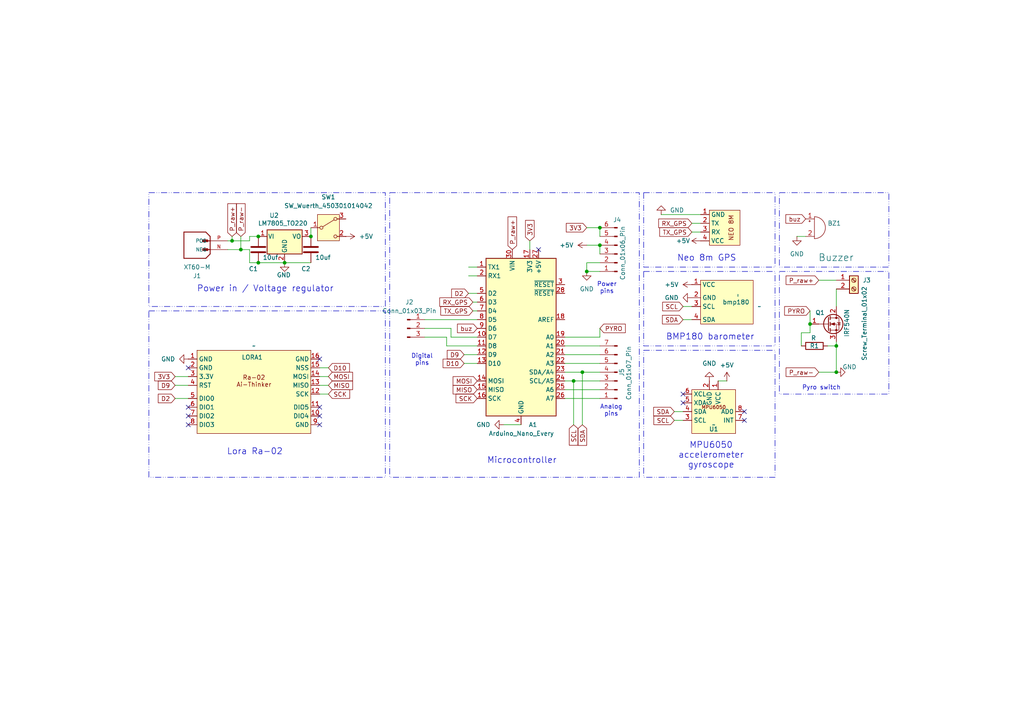
<source format=kicad_sch>
(kicad_sch
	(version 20250114)
	(generator "eeschema")
	(generator_version "9.0")
	(uuid "53a2afdd-522a-406c-9643-ac21737434a7")
	(paper "A4")
	(lib_symbols
		(symbol "Adafruit_GPS:AdafruitUltimateGPS"
			(exclude_from_sim no)
			(in_bom yes)
			(on_board yes)
			(property "Reference" "U4"
				(at 12.7 2.5401 0)
				(effects
					(font
						(size 1.27 1.27)
					)
					(justify left)
				)
			)
			(property "Value" "~"
				(at 12.7 0.635 0)
				(effects
					(font
						(size 1.27 1.27)
					)
					(justify left)
				)
			)
			(property "Footprint" "Adafruit_Ultimate_GPSmoodule:AdafruitGPS"
				(at -5.08 0 0)
				(effects
					(font
						(size 1.27 1.27)
					)
					(hide yes)
				)
			)
			(property "Datasheet" ""
				(at -5.08 0 0)
				(effects
					(font
						(size 1.27 1.27)
					)
					(hide yes)
				)
			)
			(property "Description" ""
				(at -5.08 0 0)
				(effects
					(font
						(size 1.27 1.27)
					)
					(hide yes)
				)
			)
			(symbol "AdafruitUltimateGPS_1_1"
				(rectangle
					(start -11.43 1.27)
					(end -1.27 -7.62)
					(stroke
						(width 0)
						(type default)
					)
					(fill
						(type background)
					)
				)
				(text "NEO 8M"
					(at -6.35 -1.27 0)
					(effects
						(font
							(size 1.27 1.27)
						)
					)
				)
				(pin input line
					(at -10.16 -10.16 90)
					(length 2.54)
					(name "GND"
						(effects
							(font
								(size 1.27 1.27)
							)
						)
					)
					(number "1"
						(effects
							(font
								(size 1.27 1.27)
							)
						)
					)
				)
				(pin input line
					(at -7.62 -10.16 90)
					(length 2.54)
					(name "TX"
						(effects
							(font
								(size 1.27 1.27)
							)
						)
					)
					(number "2"
						(effects
							(font
								(size 1.27 1.27)
							)
						)
					)
				)
				(pin input line
					(at -5.08 -10.16 90)
					(length 2.54)
					(name "RX"
						(effects
							(font
								(size 1.27 1.27)
							)
						)
					)
					(number "3"
						(effects
							(font
								(size 1.27 1.27)
							)
						)
					)
				)
				(pin input line
					(at -2.54 -10.16 90)
					(length 2.54)
					(name "VCC"
						(effects
							(font
								(size 1.27 1.27)
							)
						)
					)
					(number "4"
						(effects
							(font
								(size 1.27 1.27)
							)
						)
					)
				)
			)
			(embedded_fonts no)
		)
		(symbol "BMP180:BMP180_module"
			(exclude_from_sim no)
			(in_bom yes)
			(on_board yes)
			(property "Reference" "U"
				(at 0 0 0)
				(effects
					(font
						(size 1.27 1.27)
					)
				)
			)
			(property "Value" ""
				(at 0 0 0)
				(effects
					(font
						(size 1.27 1.27)
					)
				)
			)
			(property "Footprint" ""
				(at 0 0 0)
				(effects
					(font
						(size 1.27 1.27)
					)
					(hide yes)
				)
			)
			(property "Datasheet" ""
				(at 0 0 0)
				(effects
					(font
						(size 1.27 1.27)
					)
					(hide yes)
				)
			)
			(property "Description" ""
				(at 0 0 0)
				(effects
					(font
						(size 1.27 1.27)
					)
					(hide yes)
				)
			)
			(symbol "BMP180_module_1_1"
				(rectangle
					(start -7.62 6.35)
					(end 7.62 -6.35)
					(stroke
						(width 0)
						(type default)
					)
					(fill
						(type background)
					)
				)
				(pin input line
					(at -10.16 5.08 0)
					(length 2.54)
					(name "VCC"
						(effects
							(font
								(size 1.27 1.27)
							)
						)
					)
					(number "1"
						(effects
							(font
								(size 1.27 1.27)
							)
						)
					)
				)
				(pin input line
					(at -10.16 1.27 0)
					(length 2.54)
					(name "GND"
						(effects
							(font
								(size 1.27 1.27)
							)
						)
					)
					(number "2"
						(effects
							(font
								(size 1.27 1.27)
							)
						)
					)
				)
				(pin input line
					(at -10.16 -1.27 0)
					(length 2.54)
					(name "SCL"
						(effects
							(font
								(size 1.27 1.27)
							)
						)
					)
					(number "3"
						(effects
							(font
								(size 1.27 1.27)
							)
						)
					)
				)
				(pin input line
					(at -10.16 -5.08 0)
					(length 2.54)
					(name "SDA"
						(effects
							(font
								(size 1.27 1.27)
							)
						)
					)
					(number "4"
						(effects
							(font
								(size 1.27 1.27)
							)
						)
					)
				)
			)
			(embedded_fonts no)
		)
		(symbol "Connector:Conn_01x03_Pin"
			(pin_names
				(offset 1.016)
				(hide yes)
			)
			(exclude_from_sim no)
			(in_bom yes)
			(on_board yes)
			(property "Reference" "J"
				(at 0 5.08 0)
				(effects
					(font
						(size 1.27 1.27)
					)
				)
			)
			(property "Value" "Conn_01x03_Pin"
				(at 0 -5.08 0)
				(effects
					(font
						(size 1.27 1.27)
					)
				)
			)
			(property "Footprint" ""
				(at 0 0 0)
				(effects
					(font
						(size 1.27 1.27)
					)
					(hide yes)
				)
			)
			(property "Datasheet" "~"
				(at 0 0 0)
				(effects
					(font
						(size 1.27 1.27)
					)
					(hide yes)
				)
			)
			(property "Description" "Generic connector, single row, 01x03, script generated"
				(at 0 0 0)
				(effects
					(font
						(size 1.27 1.27)
					)
					(hide yes)
				)
			)
			(property "ki_locked" ""
				(at 0 0 0)
				(effects
					(font
						(size 1.27 1.27)
					)
				)
			)
			(property "ki_keywords" "connector"
				(at 0 0 0)
				(effects
					(font
						(size 1.27 1.27)
					)
					(hide yes)
				)
			)
			(property "ki_fp_filters" "Connector*:*_1x??_*"
				(at 0 0 0)
				(effects
					(font
						(size 1.27 1.27)
					)
					(hide yes)
				)
			)
			(symbol "Conn_01x03_Pin_1_1"
				(rectangle
					(start 0.8636 2.667)
					(end 0 2.413)
					(stroke
						(width 0.1524)
						(type default)
					)
					(fill
						(type outline)
					)
				)
				(rectangle
					(start 0.8636 0.127)
					(end 0 -0.127)
					(stroke
						(width 0.1524)
						(type default)
					)
					(fill
						(type outline)
					)
				)
				(rectangle
					(start 0.8636 -2.413)
					(end 0 -2.667)
					(stroke
						(width 0.1524)
						(type default)
					)
					(fill
						(type outline)
					)
				)
				(polyline
					(pts
						(xy 1.27 2.54) (xy 0.8636 2.54)
					)
					(stroke
						(width 0.1524)
						(type default)
					)
					(fill
						(type none)
					)
				)
				(polyline
					(pts
						(xy 1.27 0) (xy 0.8636 0)
					)
					(stroke
						(width 0.1524)
						(type default)
					)
					(fill
						(type none)
					)
				)
				(polyline
					(pts
						(xy 1.27 -2.54) (xy 0.8636 -2.54)
					)
					(stroke
						(width 0.1524)
						(type default)
					)
					(fill
						(type none)
					)
				)
				(pin passive line
					(at 5.08 2.54 180)
					(length 3.81)
					(name "Pin_1"
						(effects
							(font
								(size 1.27 1.27)
							)
						)
					)
					(number "1"
						(effects
							(font
								(size 1.27 1.27)
							)
						)
					)
				)
				(pin passive line
					(at 5.08 0 180)
					(length 3.81)
					(name "Pin_2"
						(effects
							(font
								(size 1.27 1.27)
							)
						)
					)
					(number "2"
						(effects
							(font
								(size 1.27 1.27)
							)
						)
					)
				)
				(pin passive line
					(at 5.08 -2.54 180)
					(length 3.81)
					(name "Pin_3"
						(effects
							(font
								(size 1.27 1.27)
							)
						)
					)
					(number "3"
						(effects
							(font
								(size 1.27 1.27)
							)
						)
					)
				)
			)
			(embedded_fonts no)
		)
		(symbol "Connector:Conn_01x06_Pin"
			(pin_names
				(offset 1.016)
				(hide yes)
			)
			(exclude_from_sim no)
			(in_bom yes)
			(on_board yes)
			(property "Reference" "J"
				(at 0 7.62 0)
				(effects
					(font
						(size 1.27 1.27)
					)
				)
			)
			(property "Value" "Conn_01x06_Pin"
				(at 0 -10.16 0)
				(effects
					(font
						(size 1.27 1.27)
					)
				)
			)
			(property "Footprint" ""
				(at 0 0 0)
				(effects
					(font
						(size 1.27 1.27)
					)
					(hide yes)
				)
			)
			(property "Datasheet" "~"
				(at 0 0 0)
				(effects
					(font
						(size 1.27 1.27)
					)
					(hide yes)
				)
			)
			(property "Description" "Generic connector, single row, 01x06, script generated"
				(at 0 0 0)
				(effects
					(font
						(size 1.27 1.27)
					)
					(hide yes)
				)
			)
			(property "ki_locked" ""
				(at 0 0 0)
				(effects
					(font
						(size 1.27 1.27)
					)
				)
			)
			(property "ki_keywords" "connector"
				(at 0 0 0)
				(effects
					(font
						(size 1.27 1.27)
					)
					(hide yes)
				)
			)
			(property "ki_fp_filters" "Connector*:*_1x??_*"
				(at 0 0 0)
				(effects
					(font
						(size 1.27 1.27)
					)
					(hide yes)
				)
			)
			(symbol "Conn_01x06_Pin_1_1"
				(rectangle
					(start 0.8636 5.207)
					(end 0 4.953)
					(stroke
						(width 0.1524)
						(type default)
					)
					(fill
						(type outline)
					)
				)
				(rectangle
					(start 0.8636 2.667)
					(end 0 2.413)
					(stroke
						(width 0.1524)
						(type default)
					)
					(fill
						(type outline)
					)
				)
				(rectangle
					(start 0.8636 0.127)
					(end 0 -0.127)
					(stroke
						(width 0.1524)
						(type default)
					)
					(fill
						(type outline)
					)
				)
				(rectangle
					(start 0.8636 -2.413)
					(end 0 -2.667)
					(stroke
						(width 0.1524)
						(type default)
					)
					(fill
						(type outline)
					)
				)
				(rectangle
					(start 0.8636 -4.953)
					(end 0 -5.207)
					(stroke
						(width 0.1524)
						(type default)
					)
					(fill
						(type outline)
					)
				)
				(rectangle
					(start 0.8636 -7.493)
					(end 0 -7.747)
					(stroke
						(width 0.1524)
						(type default)
					)
					(fill
						(type outline)
					)
				)
				(polyline
					(pts
						(xy 1.27 5.08) (xy 0.8636 5.08)
					)
					(stroke
						(width 0.1524)
						(type default)
					)
					(fill
						(type none)
					)
				)
				(polyline
					(pts
						(xy 1.27 2.54) (xy 0.8636 2.54)
					)
					(stroke
						(width 0.1524)
						(type default)
					)
					(fill
						(type none)
					)
				)
				(polyline
					(pts
						(xy 1.27 0) (xy 0.8636 0)
					)
					(stroke
						(width 0.1524)
						(type default)
					)
					(fill
						(type none)
					)
				)
				(polyline
					(pts
						(xy 1.27 -2.54) (xy 0.8636 -2.54)
					)
					(stroke
						(width 0.1524)
						(type default)
					)
					(fill
						(type none)
					)
				)
				(polyline
					(pts
						(xy 1.27 -5.08) (xy 0.8636 -5.08)
					)
					(stroke
						(width 0.1524)
						(type default)
					)
					(fill
						(type none)
					)
				)
				(polyline
					(pts
						(xy 1.27 -7.62) (xy 0.8636 -7.62)
					)
					(stroke
						(width 0.1524)
						(type default)
					)
					(fill
						(type none)
					)
				)
				(pin passive line
					(at 5.08 5.08 180)
					(length 3.81)
					(name "Pin_1"
						(effects
							(font
								(size 1.27 1.27)
							)
						)
					)
					(number "1"
						(effects
							(font
								(size 1.27 1.27)
							)
						)
					)
				)
				(pin passive line
					(at 5.08 2.54 180)
					(length 3.81)
					(name "Pin_2"
						(effects
							(font
								(size 1.27 1.27)
							)
						)
					)
					(number "2"
						(effects
							(font
								(size 1.27 1.27)
							)
						)
					)
				)
				(pin passive line
					(at 5.08 0 180)
					(length 3.81)
					(name "Pin_3"
						(effects
							(font
								(size 1.27 1.27)
							)
						)
					)
					(number "3"
						(effects
							(font
								(size 1.27 1.27)
							)
						)
					)
				)
				(pin passive line
					(at 5.08 -2.54 180)
					(length 3.81)
					(name "Pin_4"
						(effects
							(font
								(size 1.27 1.27)
							)
						)
					)
					(number "4"
						(effects
							(font
								(size 1.27 1.27)
							)
						)
					)
				)
				(pin passive line
					(at 5.08 -5.08 180)
					(length 3.81)
					(name "Pin_5"
						(effects
							(font
								(size 1.27 1.27)
							)
						)
					)
					(number "5"
						(effects
							(font
								(size 1.27 1.27)
							)
						)
					)
				)
				(pin passive line
					(at 5.08 -7.62 180)
					(length 3.81)
					(name "Pin_6"
						(effects
							(font
								(size 1.27 1.27)
							)
						)
					)
					(number "6"
						(effects
							(font
								(size 1.27 1.27)
							)
						)
					)
				)
			)
			(embedded_fonts no)
		)
		(symbol "Connector:Conn_01x07_Pin"
			(pin_names
				(offset 1.016)
				(hide yes)
			)
			(exclude_from_sim no)
			(in_bom yes)
			(on_board yes)
			(property "Reference" "J"
				(at 0 10.16 0)
				(effects
					(font
						(size 1.27 1.27)
					)
				)
			)
			(property "Value" "Conn_01x07_Pin"
				(at 0 -10.16 0)
				(effects
					(font
						(size 1.27 1.27)
					)
				)
			)
			(property "Footprint" ""
				(at 0 0 0)
				(effects
					(font
						(size 1.27 1.27)
					)
					(hide yes)
				)
			)
			(property "Datasheet" "~"
				(at 0 0 0)
				(effects
					(font
						(size 1.27 1.27)
					)
					(hide yes)
				)
			)
			(property "Description" "Generic connector, single row, 01x07, script generated"
				(at 0 0 0)
				(effects
					(font
						(size 1.27 1.27)
					)
					(hide yes)
				)
			)
			(property "ki_locked" ""
				(at 0 0 0)
				(effects
					(font
						(size 1.27 1.27)
					)
				)
			)
			(property "ki_keywords" "connector"
				(at 0 0 0)
				(effects
					(font
						(size 1.27 1.27)
					)
					(hide yes)
				)
			)
			(property "ki_fp_filters" "Connector*:*_1x??_*"
				(at 0 0 0)
				(effects
					(font
						(size 1.27 1.27)
					)
					(hide yes)
				)
			)
			(symbol "Conn_01x07_Pin_1_1"
				(rectangle
					(start 0.8636 7.747)
					(end 0 7.493)
					(stroke
						(width 0.1524)
						(type default)
					)
					(fill
						(type outline)
					)
				)
				(rectangle
					(start 0.8636 5.207)
					(end 0 4.953)
					(stroke
						(width 0.1524)
						(type default)
					)
					(fill
						(type outline)
					)
				)
				(rectangle
					(start 0.8636 2.667)
					(end 0 2.413)
					(stroke
						(width 0.1524)
						(type default)
					)
					(fill
						(type outline)
					)
				)
				(rectangle
					(start 0.8636 0.127)
					(end 0 -0.127)
					(stroke
						(width 0.1524)
						(type default)
					)
					(fill
						(type outline)
					)
				)
				(rectangle
					(start 0.8636 -2.413)
					(end 0 -2.667)
					(stroke
						(width 0.1524)
						(type default)
					)
					(fill
						(type outline)
					)
				)
				(rectangle
					(start 0.8636 -4.953)
					(end 0 -5.207)
					(stroke
						(width 0.1524)
						(type default)
					)
					(fill
						(type outline)
					)
				)
				(rectangle
					(start 0.8636 -7.493)
					(end 0 -7.747)
					(stroke
						(width 0.1524)
						(type default)
					)
					(fill
						(type outline)
					)
				)
				(polyline
					(pts
						(xy 1.27 7.62) (xy 0.8636 7.62)
					)
					(stroke
						(width 0.1524)
						(type default)
					)
					(fill
						(type none)
					)
				)
				(polyline
					(pts
						(xy 1.27 5.08) (xy 0.8636 5.08)
					)
					(stroke
						(width 0.1524)
						(type default)
					)
					(fill
						(type none)
					)
				)
				(polyline
					(pts
						(xy 1.27 2.54) (xy 0.8636 2.54)
					)
					(stroke
						(width 0.1524)
						(type default)
					)
					(fill
						(type none)
					)
				)
				(polyline
					(pts
						(xy 1.27 0) (xy 0.8636 0)
					)
					(stroke
						(width 0.1524)
						(type default)
					)
					(fill
						(type none)
					)
				)
				(polyline
					(pts
						(xy 1.27 -2.54) (xy 0.8636 -2.54)
					)
					(stroke
						(width 0.1524)
						(type default)
					)
					(fill
						(type none)
					)
				)
				(polyline
					(pts
						(xy 1.27 -5.08) (xy 0.8636 -5.08)
					)
					(stroke
						(width 0.1524)
						(type default)
					)
					(fill
						(type none)
					)
				)
				(polyline
					(pts
						(xy 1.27 -7.62) (xy 0.8636 -7.62)
					)
					(stroke
						(width 0.1524)
						(type default)
					)
					(fill
						(type none)
					)
				)
				(pin passive line
					(at 5.08 7.62 180)
					(length 3.81)
					(name "Pin_1"
						(effects
							(font
								(size 1.27 1.27)
							)
						)
					)
					(number "1"
						(effects
							(font
								(size 1.27 1.27)
							)
						)
					)
				)
				(pin passive line
					(at 5.08 5.08 180)
					(length 3.81)
					(name "Pin_2"
						(effects
							(font
								(size 1.27 1.27)
							)
						)
					)
					(number "2"
						(effects
							(font
								(size 1.27 1.27)
							)
						)
					)
				)
				(pin passive line
					(at 5.08 2.54 180)
					(length 3.81)
					(name "Pin_3"
						(effects
							(font
								(size 1.27 1.27)
							)
						)
					)
					(number "3"
						(effects
							(font
								(size 1.27 1.27)
							)
						)
					)
				)
				(pin passive line
					(at 5.08 0 180)
					(length 3.81)
					(name "Pin_4"
						(effects
							(font
								(size 1.27 1.27)
							)
						)
					)
					(number "4"
						(effects
							(font
								(size 1.27 1.27)
							)
						)
					)
				)
				(pin passive line
					(at 5.08 -2.54 180)
					(length 3.81)
					(name "Pin_5"
						(effects
							(font
								(size 1.27 1.27)
							)
						)
					)
					(number "5"
						(effects
							(font
								(size 1.27 1.27)
							)
						)
					)
				)
				(pin passive line
					(at 5.08 -5.08 180)
					(length 3.81)
					(name "Pin_6"
						(effects
							(font
								(size 1.27 1.27)
							)
						)
					)
					(number "6"
						(effects
							(font
								(size 1.27 1.27)
							)
						)
					)
				)
				(pin passive line
					(at 5.08 -7.62 180)
					(length 3.81)
					(name "Pin_7"
						(effects
							(font
								(size 1.27 1.27)
							)
						)
					)
					(number "7"
						(effects
							(font
								(size 1.27 1.27)
							)
						)
					)
				)
			)
			(embedded_fonts no)
		)
		(symbol "Connector:Screw_Terminal_01x02"
			(pin_names
				(offset 1.016)
				(hide yes)
			)
			(exclude_from_sim no)
			(in_bom yes)
			(on_board yes)
			(property "Reference" "J"
				(at 0 2.54 0)
				(effects
					(font
						(size 1.27 1.27)
					)
				)
			)
			(property "Value" "Screw_Terminal_01x02"
				(at 0 -5.08 0)
				(effects
					(font
						(size 1.27 1.27)
					)
				)
			)
			(property "Footprint" ""
				(at 0 0 0)
				(effects
					(font
						(size 1.27 1.27)
					)
					(hide yes)
				)
			)
			(property "Datasheet" "~"
				(at 0 0 0)
				(effects
					(font
						(size 1.27 1.27)
					)
					(hide yes)
				)
			)
			(property "Description" "Generic screw terminal, single row, 01x02, script generated (kicad-library-utils/schlib/autogen/connector/)"
				(at 0 0 0)
				(effects
					(font
						(size 1.27 1.27)
					)
					(hide yes)
				)
			)
			(property "ki_keywords" "screw terminal"
				(at 0 0 0)
				(effects
					(font
						(size 1.27 1.27)
					)
					(hide yes)
				)
			)
			(property "ki_fp_filters" "TerminalBlock*:*"
				(at 0 0 0)
				(effects
					(font
						(size 1.27 1.27)
					)
					(hide yes)
				)
			)
			(symbol "Screw_Terminal_01x02_1_1"
				(rectangle
					(start -1.27 1.27)
					(end 1.27 -3.81)
					(stroke
						(width 0.254)
						(type default)
					)
					(fill
						(type background)
					)
				)
				(polyline
					(pts
						(xy -0.5334 0.3302) (xy 0.3302 -0.508)
					)
					(stroke
						(width 0.1524)
						(type default)
					)
					(fill
						(type none)
					)
				)
				(polyline
					(pts
						(xy -0.5334 -2.2098) (xy 0.3302 -3.048)
					)
					(stroke
						(width 0.1524)
						(type default)
					)
					(fill
						(type none)
					)
				)
				(polyline
					(pts
						(xy -0.3556 0.508) (xy 0.508 -0.3302)
					)
					(stroke
						(width 0.1524)
						(type default)
					)
					(fill
						(type none)
					)
				)
				(polyline
					(pts
						(xy -0.3556 -2.032) (xy 0.508 -2.8702)
					)
					(stroke
						(width 0.1524)
						(type default)
					)
					(fill
						(type none)
					)
				)
				(circle
					(center 0 0)
					(radius 0.635)
					(stroke
						(width 0.1524)
						(type default)
					)
					(fill
						(type none)
					)
				)
				(circle
					(center 0 -2.54)
					(radius 0.635)
					(stroke
						(width 0.1524)
						(type default)
					)
					(fill
						(type none)
					)
				)
				(pin passive line
					(at -5.08 0 0)
					(length 3.81)
					(name "Pin_1"
						(effects
							(font
								(size 1.27 1.27)
							)
						)
					)
					(number "1"
						(effects
							(font
								(size 1.27 1.27)
							)
						)
					)
				)
				(pin passive line
					(at -5.08 -2.54 0)
					(length 3.81)
					(name "Pin_2"
						(effects
							(font
								(size 1.27 1.27)
							)
						)
					)
					(number "2"
						(effects
							(font
								(size 1.27 1.27)
							)
						)
					)
				)
			)
			(embedded_fonts no)
		)
		(symbol "Device:Buzzer"
			(pin_names
				(offset 0.0254)
				(hide yes)
			)
			(exclude_from_sim no)
			(in_bom yes)
			(on_board yes)
			(property "Reference" "BZ"
				(at 3.81 1.27 0)
				(effects
					(font
						(size 1.27 1.27)
					)
					(justify left)
				)
			)
			(property "Value" "Buzzer"
				(at 3.81 -1.27 0)
				(effects
					(font
						(size 1.27 1.27)
					)
					(justify left)
				)
			)
			(property "Footprint" ""
				(at -0.635 2.54 90)
				(effects
					(font
						(size 1.27 1.27)
					)
					(hide yes)
				)
			)
			(property "Datasheet" "~"
				(at -0.635 2.54 90)
				(effects
					(font
						(size 1.27 1.27)
					)
					(hide yes)
				)
			)
			(property "Description" "Buzzer, polarized"
				(at 0 0 0)
				(effects
					(font
						(size 1.27 1.27)
					)
					(hide yes)
				)
			)
			(property "ki_keywords" "quartz resonator ceramic"
				(at 0 0 0)
				(effects
					(font
						(size 1.27 1.27)
					)
					(hide yes)
				)
			)
			(property "ki_fp_filters" "*Buzzer*"
				(at 0 0 0)
				(effects
					(font
						(size 1.27 1.27)
					)
					(hide yes)
				)
			)
			(symbol "Buzzer_0_1"
				(polyline
					(pts
						(xy -1.651 1.905) (xy -1.143 1.905)
					)
					(stroke
						(width 0)
						(type default)
					)
					(fill
						(type none)
					)
				)
				(polyline
					(pts
						(xy -1.397 2.159) (xy -1.397 1.651)
					)
					(stroke
						(width 0)
						(type default)
					)
					(fill
						(type none)
					)
				)
				(arc
					(start 0 3.175)
					(mid 3.1612 0)
					(end 0 -3.175)
					(stroke
						(width 0)
						(type default)
					)
					(fill
						(type none)
					)
				)
				(polyline
					(pts
						(xy 0 3.175) (xy 0 -3.175)
					)
					(stroke
						(width 0)
						(type default)
					)
					(fill
						(type none)
					)
				)
			)
			(symbol "Buzzer_1_1"
				(pin passive line
					(at -2.54 2.54 0)
					(length 2.54)
					(name "+"
						(effects
							(font
								(size 1.27 1.27)
							)
						)
					)
					(number "1"
						(effects
							(font
								(size 1.27 1.27)
							)
						)
					)
				)
				(pin passive line
					(at -2.54 -2.54 0)
					(length 2.54)
					(name "-"
						(effects
							(font
								(size 1.27 1.27)
							)
						)
					)
					(number "2"
						(effects
							(font
								(size 1.27 1.27)
							)
						)
					)
				)
			)
			(embedded_fonts no)
		)
		(symbol "Device:C"
			(pin_numbers
				(hide yes)
			)
			(pin_names
				(offset 0.254)
			)
			(exclude_from_sim no)
			(in_bom yes)
			(on_board yes)
			(property "Reference" "C"
				(at 0.635 2.54 0)
				(effects
					(font
						(size 1.27 1.27)
					)
					(justify left)
				)
			)
			(property "Value" "C"
				(at 0.635 -2.54 0)
				(effects
					(font
						(size 1.27 1.27)
					)
					(justify left)
				)
			)
			(property "Footprint" ""
				(at 0.9652 -3.81 0)
				(effects
					(font
						(size 1.27 1.27)
					)
					(hide yes)
				)
			)
			(property "Datasheet" "~"
				(at 0 0 0)
				(effects
					(font
						(size 1.27 1.27)
					)
					(hide yes)
				)
			)
			(property "Description" "Unpolarized capacitor"
				(at 0 0 0)
				(effects
					(font
						(size 1.27 1.27)
					)
					(hide yes)
				)
			)
			(property "ki_keywords" "cap capacitor"
				(at 0 0 0)
				(effects
					(font
						(size 1.27 1.27)
					)
					(hide yes)
				)
			)
			(property "ki_fp_filters" "C_*"
				(at 0 0 0)
				(effects
					(font
						(size 1.27 1.27)
					)
					(hide yes)
				)
			)
			(symbol "C_0_1"
				(polyline
					(pts
						(xy -2.032 0.762) (xy 2.032 0.762)
					)
					(stroke
						(width 0.508)
						(type default)
					)
					(fill
						(type none)
					)
				)
				(polyline
					(pts
						(xy -2.032 -0.762) (xy 2.032 -0.762)
					)
					(stroke
						(width 0.508)
						(type default)
					)
					(fill
						(type none)
					)
				)
			)
			(symbol "C_1_1"
				(pin passive line
					(at 0 3.81 270)
					(length 2.794)
					(name "~"
						(effects
							(font
								(size 1.27 1.27)
							)
						)
					)
					(number "1"
						(effects
							(font
								(size 1.27 1.27)
							)
						)
					)
				)
				(pin passive line
					(at 0 -3.81 90)
					(length 2.794)
					(name "~"
						(effects
							(font
								(size 1.27 1.27)
							)
						)
					)
					(number "2"
						(effects
							(font
								(size 1.27 1.27)
							)
						)
					)
				)
			)
			(embedded_fonts no)
		)
		(symbol "Device:R"
			(pin_numbers
				(hide yes)
			)
			(pin_names
				(offset 0)
			)
			(exclude_from_sim no)
			(in_bom yes)
			(on_board yes)
			(property "Reference" "R"
				(at 2.032 0 90)
				(effects
					(font
						(size 1.27 1.27)
					)
				)
			)
			(property "Value" "R"
				(at 0 0 90)
				(effects
					(font
						(size 1.27 1.27)
					)
				)
			)
			(property "Footprint" ""
				(at -1.778 0 90)
				(effects
					(font
						(size 1.27 1.27)
					)
					(hide yes)
				)
			)
			(property "Datasheet" "~"
				(at 0 0 0)
				(effects
					(font
						(size 1.27 1.27)
					)
					(hide yes)
				)
			)
			(property "Description" "Resistor"
				(at 0 0 0)
				(effects
					(font
						(size 1.27 1.27)
					)
					(hide yes)
				)
			)
			(property "ki_keywords" "R res resistor"
				(at 0 0 0)
				(effects
					(font
						(size 1.27 1.27)
					)
					(hide yes)
				)
			)
			(property "ki_fp_filters" "R_*"
				(at 0 0 0)
				(effects
					(font
						(size 1.27 1.27)
					)
					(hide yes)
				)
			)
			(symbol "R_0_1"
				(rectangle
					(start -1.016 -2.54)
					(end 1.016 2.54)
					(stroke
						(width 0.254)
						(type default)
					)
					(fill
						(type none)
					)
				)
			)
			(symbol "R_1_1"
				(pin passive line
					(at 0 3.81 270)
					(length 1.27)
					(name "~"
						(effects
							(font
								(size 1.27 1.27)
							)
						)
					)
					(number "1"
						(effects
							(font
								(size 1.27 1.27)
							)
						)
					)
				)
				(pin passive line
					(at 0 -3.81 90)
					(length 1.27)
					(name "~"
						(effects
							(font
								(size 1.27 1.27)
							)
						)
					)
					(number "2"
						(effects
							(font
								(size 1.27 1.27)
							)
						)
					)
				)
			)
			(embedded_fonts no)
		)
		(symbol "LoRa-Ra-02:Ra-02"
			(exclude_from_sim no)
			(in_bom yes)
			(on_board yes)
			(property "Reference" "U"
				(at 0 0 0)
				(effects
					(font
						(size 1.27 1.27)
					)
				)
			)
			(property "Value" ""
				(at 0 0 0)
				(effects
					(font
						(size 1.27 1.27)
					)
				)
			)
			(property "Footprint" ""
				(at 0 0 0)
				(effects
					(font
						(size 1.27 1.27)
					)
					(hide yes)
				)
			)
			(property "Datasheet" ""
				(at 0 0 0)
				(effects
					(font
						(size 1.27 1.27)
					)
					(hide yes)
				)
			)
			(property "Description" ""
				(at 0 0 0)
				(effects
					(font
						(size 1.27 1.27)
					)
					(hide yes)
				)
			)
			(symbol "Ra-02_1_1"
				(rectangle
					(start -16.51 12.7)
					(end 16.51 -11.43)
					(stroke
						(width 0)
						(type default)
					)
					(fill
						(type background)
					)
				)
				(text "Ra-02\nAi-Thinker"
					(at 0 3.81 0)
					(effects
						(font
							(size 1.27 1.27)
						)
					)
				)
				(pin input line
					(at -19.05 10.16 0)
					(length 2.54)
					(name "GND"
						(effects
							(font
								(size 1.27 1.27)
							)
						)
					)
					(number "1"
						(effects
							(font
								(size 1.27 1.27)
							)
						)
					)
				)
				(pin input line
					(at -19.05 7.62 0)
					(length 2.54)
					(name "GND"
						(effects
							(font
								(size 1.27 1.27)
							)
						)
					)
					(number "2"
						(effects
							(font
								(size 1.27 1.27)
							)
						)
					)
				)
				(pin input line
					(at -19.05 5.08 0)
					(length 2.54)
					(name "3.3V"
						(effects
							(font
								(size 1.27 1.27)
							)
						)
					)
					(number "3"
						(effects
							(font
								(size 1.27 1.27)
							)
						)
					)
				)
				(pin input line
					(at -19.05 2.54 0)
					(length 2.54)
					(name "RST"
						(effects
							(font
								(size 1.27 1.27)
							)
						)
					)
					(number "4"
						(effects
							(font
								(size 1.27 1.27)
							)
						)
					)
				)
				(pin input line
					(at -19.05 -1.27 0)
					(length 2.54)
					(name "DIO0"
						(effects
							(font
								(size 1.27 1.27)
							)
						)
					)
					(number "5"
						(effects
							(font
								(size 1.27 1.27)
							)
						)
					)
				)
				(pin input line
					(at -19.05 -3.81 0)
					(length 2.54)
					(name "DIO1"
						(effects
							(font
								(size 1.27 1.27)
							)
						)
					)
					(number "6"
						(effects
							(font
								(size 1.27 1.27)
							)
						)
					)
				)
				(pin input line
					(at -19.05 -6.35 0)
					(length 2.54)
					(name "DIO2"
						(effects
							(font
								(size 1.27 1.27)
							)
						)
					)
					(number "7"
						(effects
							(font
								(size 1.27 1.27)
							)
						)
					)
				)
				(pin input line
					(at -19.05 -8.89 0)
					(length 2.54)
					(name "DIO3"
						(effects
							(font
								(size 1.27 1.27)
							)
						)
					)
					(number "8"
						(effects
							(font
								(size 1.27 1.27)
							)
						)
					)
				)
				(pin input line
					(at 19.05 10.16 180)
					(length 2.54)
					(name "GND"
						(effects
							(font
								(size 1.27 1.27)
							)
						)
					)
					(number "16"
						(effects
							(font
								(size 1.27 1.27)
							)
						)
					)
				)
				(pin input line
					(at 19.05 7.62 180)
					(length 2.54)
					(name "NSS"
						(effects
							(font
								(size 1.27 1.27)
							)
						)
					)
					(number "15"
						(effects
							(font
								(size 1.27 1.27)
							)
						)
					)
				)
				(pin input line
					(at 19.05 5.08 180)
					(length 2.54)
					(name "MOSI"
						(effects
							(font
								(size 1.27 1.27)
							)
						)
					)
					(number "14"
						(effects
							(font
								(size 1.27 1.27)
							)
						)
					)
				)
				(pin input line
					(at 19.05 2.54 180)
					(length 2.54)
					(name "MISO"
						(effects
							(font
								(size 1.27 1.27)
							)
						)
					)
					(number "13"
						(effects
							(font
								(size 1.27 1.27)
							)
						)
					)
				)
				(pin input line
					(at 19.05 0 180)
					(length 2.54)
					(name "SCK"
						(effects
							(font
								(size 1.27 1.27)
							)
						)
					)
					(number "12"
						(effects
							(font
								(size 1.27 1.27)
							)
						)
					)
				)
				(pin input line
					(at 19.05 -3.81 180)
					(length 2.54)
					(name "DIO5"
						(effects
							(font
								(size 1.27 1.27)
							)
						)
					)
					(number "11"
						(effects
							(font
								(size 1.27 1.27)
							)
						)
					)
				)
				(pin input line
					(at 19.05 -6.35 180)
					(length 2.54)
					(name "DIO4"
						(effects
							(font
								(size 1.27 1.27)
							)
						)
					)
					(number "10"
						(effects
							(font
								(size 1.27 1.27)
							)
						)
					)
				)
				(pin input line
					(at 19.05 -8.89 180)
					(length 2.54)
					(name "GND"
						(effects
							(font
								(size 1.27 1.27)
							)
						)
					)
					(number "9"
						(effects
							(font
								(size 1.27 1.27)
							)
						)
					)
				)
			)
			(embedded_fonts no)
		)
		(symbol "MCU_Module:Arduino_Nano_Every"
			(exclude_from_sim no)
			(in_bom yes)
			(on_board yes)
			(property "Reference" "A"
				(at -10.16 23.495 0)
				(effects
					(font
						(size 1.27 1.27)
					)
					(justify left bottom)
				)
			)
			(property "Value" "Arduino_Nano_Every"
				(at 5.08 -24.13 0)
				(effects
					(font
						(size 1.27 1.27)
					)
					(justify left top)
				)
			)
			(property "Footprint" "Module:Arduino_Nano"
				(at 0 0 0)
				(effects
					(font
						(size 1.27 1.27)
						(italic yes)
					)
					(hide yes)
				)
			)
			(property "Datasheet" "https://content.arduino.cc/assets/NANOEveryV3.0_sch.pdf"
				(at 0 0 0)
				(effects
					(font
						(size 1.27 1.27)
					)
					(hide yes)
				)
			)
			(property "Description" "Arduino Nano Every"
				(at 0 0 0)
				(effects
					(font
						(size 1.27 1.27)
					)
					(hide yes)
				)
			)
			(property "ki_keywords" "Arduino nano microcontroller module USB UPDI AATMega4809 AVR"
				(at 0 0 0)
				(effects
					(font
						(size 1.27 1.27)
					)
					(hide yes)
				)
			)
			(property "ki_fp_filters" "Arduino*Nano*"
				(at 0 0 0)
				(effects
					(font
						(size 1.27 1.27)
					)
					(hide yes)
				)
			)
			(symbol "Arduino_Nano_Every_0_1"
				(rectangle
					(start -10.16 22.86)
					(end 10.16 -22.86)
					(stroke
						(width 0.254)
						(type default)
					)
					(fill
						(type background)
					)
				)
			)
			(symbol "Arduino_Nano_Every_1_1"
				(pin bidirectional line
					(at -12.7 20.32 0)
					(length 2.54)
					(name "TX1"
						(effects
							(font
								(size 1.27 1.27)
							)
						)
					)
					(number "1"
						(effects
							(font
								(size 1.27 1.27)
							)
						)
					)
				)
				(pin bidirectional line
					(at -12.7 17.78 0)
					(length 2.54)
					(name "RX1"
						(effects
							(font
								(size 1.27 1.27)
							)
						)
					)
					(number "2"
						(effects
							(font
								(size 1.27 1.27)
							)
						)
					)
				)
				(pin bidirectional line
					(at -12.7 12.7 0)
					(length 2.54)
					(name "D2"
						(effects
							(font
								(size 1.27 1.27)
							)
						)
					)
					(number "5"
						(effects
							(font
								(size 1.27 1.27)
							)
						)
					)
				)
				(pin bidirectional line
					(at -12.7 10.16 0)
					(length 2.54)
					(name "D3"
						(effects
							(font
								(size 1.27 1.27)
							)
						)
					)
					(number "6"
						(effects
							(font
								(size 1.27 1.27)
							)
						)
					)
				)
				(pin bidirectional line
					(at -12.7 7.62 0)
					(length 2.54)
					(name "D4"
						(effects
							(font
								(size 1.27 1.27)
							)
						)
					)
					(number "7"
						(effects
							(font
								(size 1.27 1.27)
							)
						)
					)
				)
				(pin bidirectional line
					(at -12.7 5.08 0)
					(length 2.54)
					(name "D5"
						(effects
							(font
								(size 1.27 1.27)
							)
						)
					)
					(number "8"
						(effects
							(font
								(size 1.27 1.27)
							)
						)
					)
				)
				(pin bidirectional line
					(at -12.7 2.54 0)
					(length 2.54)
					(name "D6"
						(effects
							(font
								(size 1.27 1.27)
							)
						)
					)
					(number "9"
						(effects
							(font
								(size 1.27 1.27)
							)
						)
					)
				)
				(pin bidirectional line
					(at -12.7 0 0)
					(length 2.54)
					(name "D7"
						(effects
							(font
								(size 1.27 1.27)
							)
						)
					)
					(number "10"
						(effects
							(font
								(size 1.27 1.27)
							)
						)
					)
				)
				(pin bidirectional line
					(at -12.7 -2.54 0)
					(length 2.54)
					(name "D8"
						(effects
							(font
								(size 1.27 1.27)
							)
						)
					)
					(number "11"
						(effects
							(font
								(size 1.27 1.27)
							)
						)
					)
				)
				(pin bidirectional line
					(at -12.7 -5.08 0)
					(length 2.54)
					(name "D9"
						(effects
							(font
								(size 1.27 1.27)
							)
						)
					)
					(number "12"
						(effects
							(font
								(size 1.27 1.27)
							)
						)
					)
				)
				(pin bidirectional line
					(at -12.7 -7.62 0)
					(length 2.54)
					(name "D10"
						(effects
							(font
								(size 1.27 1.27)
							)
						)
					)
					(number "13"
						(effects
							(font
								(size 1.27 1.27)
							)
						)
					)
				)
				(pin bidirectional line
					(at -12.7 -12.7 0)
					(length 2.54)
					(name "MOSI"
						(effects
							(font
								(size 1.27 1.27)
							)
						)
					)
					(number "14"
						(effects
							(font
								(size 1.27 1.27)
							)
						)
					)
				)
				(pin bidirectional line
					(at -12.7 -15.24 0)
					(length 2.54)
					(name "MISO"
						(effects
							(font
								(size 1.27 1.27)
							)
						)
					)
					(number "15"
						(effects
							(font
								(size 1.27 1.27)
							)
						)
					)
				)
				(pin bidirectional line
					(at -12.7 -17.78 0)
					(length 2.54)
					(name "SCK"
						(effects
							(font
								(size 1.27 1.27)
							)
						)
					)
					(number "16"
						(effects
							(font
								(size 1.27 1.27)
							)
						)
					)
				)
				(pin power_in line
					(at -2.54 25.4 270)
					(length 2.54)
					(name "VIN"
						(effects
							(font
								(size 1.27 1.27)
							)
						)
					)
					(number "30"
						(effects
							(font
								(size 1.27 1.27)
							)
						)
					)
				)
				(pin passive line
					(at 0 -25.4 90)
					(length 2.54)
					(hide yes)
					(name "GND"
						(effects
							(font
								(size 1.27 1.27)
							)
						)
					)
					(number "29"
						(effects
							(font
								(size 1.27 1.27)
							)
						)
					)
				)
				(pin power_in line
					(at 0 -25.4 90)
					(length 2.54)
					(name "GND"
						(effects
							(font
								(size 1.27 1.27)
							)
						)
					)
					(number "4"
						(effects
							(font
								(size 1.27 1.27)
							)
						)
					)
				)
				(pin power_out line
					(at 2.54 25.4 270)
					(length 2.54)
					(name "3V3"
						(effects
							(font
								(size 1.27 1.27)
							)
						)
					)
					(number "17"
						(effects
							(font
								(size 1.27 1.27)
							)
						)
					)
				)
				(pin power_out line
					(at 5.08 25.4 270)
					(length 2.54)
					(name "+5V"
						(effects
							(font
								(size 1.27 1.27)
							)
						)
					)
					(number "27"
						(effects
							(font
								(size 1.27 1.27)
							)
						)
					)
				)
				(pin input line
					(at 12.7 15.24 180)
					(length 2.54)
					(name "~{RESET}"
						(effects
							(font
								(size 1.27 1.27)
							)
						)
					)
					(number "3"
						(effects
							(font
								(size 1.27 1.27)
							)
						)
					)
				)
				(pin input line
					(at 12.7 12.7 180)
					(length 2.54)
					(name "~{RESET}"
						(effects
							(font
								(size 1.27 1.27)
							)
						)
					)
					(number "28"
						(effects
							(font
								(size 1.27 1.27)
							)
						)
					)
				)
				(pin input line
					(at 12.7 5.08 180)
					(length 2.54)
					(name "AREF"
						(effects
							(font
								(size 1.27 1.27)
							)
						)
					)
					(number "18"
						(effects
							(font
								(size 1.27 1.27)
							)
						)
					)
				)
				(pin bidirectional line
					(at 12.7 0 180)
					(length 2.54)
					(name "A0"
						(effects
							(font
								(size 1.27 1.27)
							)
						)
					)
					(number "19"
						(effects
							(font
								(size 1.27 1.27)
							)
						)
					)
				)
				(pin bidirectional line
					(at 12.7 -2.54 180)
					(length 2.54)
					(name "A1"
						(effects
							(font
								(size 1.27 1.27)
							)
						)
					)
					(number "20"
						(effects
							(font
								(size 1.27 1.27)
							)
						)
					)
				)
				(pin bidirectional line
					(at 12.7 -5.08 180)
					(length 2.54)
					(name "A2"
						(effects
							(font
								(size 1.27 1.27)
							)
						)
					)
					(number "21"
						(effects
							(font
								(size 1.27 1.27)
							)
						)
					)
				)
				(pin bidirectional line
					(at 12.7 -7.62 180)
					(length 2.54)
					(name "A3"
						(effects
							(font
								(size 1.27 1.27)
							)
						)
					)
					(number "22"
						(effects
							(font
								(size 1.27 1.27)
							)
						)
					)
				)
				(pin bidirectional line
					(at 12.7 -10.16 180)
					(length 2.54)
					(name "SDA/A4"
						(effects
							(font
								(size 1.27 1.27)
							)
						)
					)
					(number "23"
						(effects
							(font
								(size 1.27 1.27)
							)
						)
					)
				)
				(pin bidirectional line
					(at 12.7 -12.7 180)
					(length 2.54)
					(name "SCL/A5"
						(effects
							(font
								(size 1.27 1.27)
							)
						)
					)
					(number "24"
						(effects
							(font
								(size 1.27 1.27)
							)
						)
					)
				)
				(pin bidirectional line
					(at 12.7 -15.24 180)
					(length 2.54)
					(name "A6"
						(effects
							(font
								(size 1.27 1.27)
							)
						)
					)
					(number "25"
						(effects
							(font
								(size 1.27 1.27)
							)
						)
					)
				)
				(pin bidirectional line
					(at 12.7 -17.78 180)
					(length 2.54)
					(name "A7"
						(effects
							(font
								(size 1.27 1.27)
							)
						)
					)
					(number "26"
						(effects
							(font
								(size 1.27 1.27)
							)
						)
					)
				)
			)
			(embedded_fonts no)
		)
		(symbol "MPU6050:MPU6050"
			(exclude_from_sim no)
			(in_bom yes)
			(on_board yes)
			(property "Reference" "U1"
				(at 0 5.08 0)
				(effects
					(font
						(size 1.27 1.27)
					)
				)
			)
			(property "Value" "~"
				(at 0 3.81 0)
				(effects
					(font
						(size 1.27 1.27)
					)
				)
			)
			(property "Footprint" "MyMPU6050:MPU6050"
				(at 0 -15.24 0)
				(effects
					(font
						(size 1.27 1.27)
					)
					(hide yes)
				)
			)
			(property "Datasheet" ""
				(at 0 0 0)
				(effects
					(font
						(size 1.27 1.27)
					)
					(hide yes)
				)
			)
			(property "Description" ""
				(at 0 0 0)
				(effects
					(font
						(size 1.27 1.27)
					)
					(hide yes)
				)
			)
			(symbol "MPU6050_1_1"
				(rectangle
					(start -6.35 6.35)
					(end 6.35 -6.35)
					(stroke
						(width 0)
						(type default)
					)
					(fill
						(type background)
					)
				)
				(text "MPU6050"
					(at 0 -1.27 0)
					(effects
						(font
							(size 1 1)
						)
					)
				)
				(pin input line
					(at -8.89 2.54 0)
					(length 2.54)
					(name "INT"
						(effects
							(font
								(size 1.27 1.27)
							)
						)
					)
					(number "7"
						(effects
							(font
								(size 1.27 1.27)
							)
						)
					)
				)
				(pin input line
					(at -8.89 0 0)
					(length 2.54)
					(name "AD0"
						(effects
							(font
								(size 1.27 1.27)
							)
						)
					)
					(number "8"
						(effects
							(font
								(size 1.27 1.27)
							)
						)
					)
				)
				(pin input line
					(at -1.27 -8.89 90)
					(length 2.54)
					(name "VCC"
						(effects
							(font
								(size 1.27 1.27)
							)
						)
					)
					(number "1"
						(effects
							(font
								(size 1.27 1.27)
							)
						)
					)
				)
				(pin input line
					(at 1.27 -8.89 90)
					(length 2.54)
					(name "GND"
						(effects
							(font
								(size 1.27 1.27)
							)
						)
					)
					(number "2"
						(effects
							(font
								(size 1.27 1.27)
							)
						)
					)
				)
				(pin input line
					(at 8.89 2.54 180)
					(length 2.54)
					(name "SCL"
						(effects
							(font
								(size 1.27 1.27)
							)
						)
					)
					(number "3"
						(effects
							(font
								(size 1.27 1.27)
							)
						)
					)
				)
				(pin input line
					(at 8.89 0 180)
					(length 2.54)
					(name "SDA"
						(effects
							(font
								(size 1.27 1.27)
							)
						)
					)
					(number "4"
						(effects
							(font
								(size 1.27 1.27)
							)
						)
					)
				)
				(pin input line
					(at 8.89 -2.54 180)
					(length 2.54)
					(name "XDA"
						(effects
							(font
								(size 1.27 1.27)
							)
						)
					)
					(number "5"
						(effects
							(font
								(size 1.27 1.27)
							)
						)
					)
				)
				(pin input line
					(at 8.89 -5.08 180)
					(length 2.54)
					(name "XCL"
						(effects
							(font
								(size 1.27 1.27)
							)
						)
					)
					(number "6"
						(effects
							(font
								(size 1.27 1.27)
							)
						)
					)
				)
			)
			(embedded_fonts no)
		)
		(symbol "Regulator_Linear:LM7805_TO220"
			(pin_names
				(offset 0.254)
			)
			(exclude_from_sim no)
			(in_bom yes)
			(on_board yes)
			(property "Reference" "U"
				(at -3.81 3.175 0)
				(effects
					(font
						(size 1.27 1.27)
					)
				)
			)
			(property "Value" "LM7805_TO220"
				(at 0 3.175 0)
				(effects
					(font
						(size 1.27 1.27)
					)
					(justify left)
				)
			)
			(property "Footprint" "Package_TO_SOT_THT:TO-220-3_Vertical"
				(at 0 5.715 0)
				(effects
					(font
						(size 1.27 1.27)
						(italic yes)
					)
					(hide yes)
				)
			)
			(property "Datasheet" "https://www.onsemi.cn/PowerSolutions/document/MC7800-D.PDF"
				(at 0 -1.27 0)
				(effects
					(font
						(size 1.27 1.27)
					)
					(hide yes)
				)
			)
			(property "Description" "Positive 1A 35V Linear Regulator, Fixed Output 5V, TO-220"
				(at 0 0 0)
				(effects
					(font
						(size 1.27 1.27)
					)
					(hide yes)
				)
			)
			(property "ki_keywords" "Voltage Regulator 1A Positive"
				(at 0 0 0)
				(effects
					(font
						(size 1.27 1.27)
					)
					(hide yes)
				)
			)
			(property "ki_fp_filters" "TO?220*"
				(at 0 0 0)
				(effects
					(font
						(size 1.27 1.27)
					)
					(hide yes)
				)
			)
			(symbol "LM7805_TO220_0_1"
				(rectangle
					(start -5.08 1.905)
					(end 5.08 -5.08)
					(stroke
						(width 0.254)
						(type default)
					)
					(fill
						(type background)
					)
				)
			)
			(symbol "LM7805_TO220_1_1"
				(pin power_in line
					(at -7.62 0 0)
					(length 2.54)
					(name "VI"
						(effects
							(font
								(size 1.27 1.27)
							)
						)
					)
					(number "1"
						(effects
							(font
								(size 1.27 1.27)
							)
						)
					)
				)
				(pin power_in line
					(at 0 -7.62 90)
					(length 2.54)
					(name "GND"
						(effects
							(font
								(size 1.27 1.27)
							)
						)
					)
					(number "2"
						(effects
							(font
								(size 1.27 1.27)
							)
						)
					)
				)
				(pin power_out line
					(at 7.62 0 180)
					(length 2.54)
					(name "VO"
						(effects
							(font
								(size 1.27 1.27)
							)
						)
					)
					(number "3"
						(effects
							(font
								(size 1.27 1.27)
							)
						)
					)
				)
			)
			(embedded_fonts no)
		)
		(symbol "Switch:SW_Wuerth_450301014042"
			(pin_names
				(offset 1)
				(hide yes)
			)
			(exclude_from_sim no)
			(in_bom yes)
			(on_board yes)
			(property "Reference" "SW"
				(at 0 5.08 0)
				(effects
					(font
						(size 1.27 1.27)
					)
				)
			)
			(property "Value" "SW_Wuerth_450301014042"
				(at 0 -5.08 0)
				(effects
					(font
						(size 1.27 1.27)
					)
				)
			)
			(property "Footprint" "Button_Switch_THT:SW_Slide-03_Wuerth-WS-SLTV_10x2.5x6.4_P2.54mm"
				(at 0 -10.16 0)
				(effects
					(font
						(size 1.27 1.27)
					)
					(hide yes)
				)
			)
			(property "Datasheet" "https://www.we-online.com/components/products/datasheet/450301014042.pdf"
				(at 0 -7.62 0)
				(effects
					(font
						(size 1.27 1.27)
					)
					(hide yes)
				)
			)
			(property "Description" "Switch slide, single pole double throw"
				(at 0 0 0)
				(effects
					(font
						(size 1.27 1.27)
					)
					(hide yes)
				)
			)
			(property "ki_keywords" "changeover single-pole opposite-side-connection double-throw spdt ON-ON"
				(at 0 0 0)
				(effects
					(font
						(size 1.27 1.27)
					)
					(hide yes)
				)
			)
			(property "ki_fp_filters" "SW*Wuerth*WS*SLTV*10x2.5x6.4*P2.54mm*"
				(at 0 0 0)
				(effects
					(font
						(size 1.27 1.27)
					)
					(hide yes)
				)
			)
			(symbol "SW_Wuerth_450301014042_0_1"
				(circle
					(center -2.032 0)
					(radius 0.4572)
					(stroke
						(width 0)
						(type default)
					)
					(fill
						(type none)
					)
				)
				(polyline
					(pts
						(xy -1.651 0.254) (xy 1.651 2.286)
					)
					(stroke
						(width 0)
						(type default)
					)
					(fill
						(type none)
					)
				)
				(circle
					(center 2.032 2.54)
					(radius 0.4572)
					(stroke
						(width 0)
						(type default)
					)
					(fill
						(type none)
					)
				)
				(circle
					(center 2.032 -2.54)
					(radius 0.4572)
					(stroke
						(width 0)
						(type default)
					)
					(fill
						(type none)
					)
				)
			)
			(symbol "SW_Wuerth_450301014042_1_1"
				(rectangle
					(start -3.175 3.81)
					(end 3.175 -3.81)
					(stroke
						(width 0)
						(type default)
					)
					(fill
						(type background)
					)
				)
				(pin passive line
					(at -5.08 0 0)
					(length 2.54)
					(name "B"
						(effects
							(font
								(size 1.27 1.27)
							)
						)
					)
					(number "1"
						(effects
							(font
								(size 1.27 1.27)
							)
						)
					)
				)
				(pin passive line
					(at 5.08 2.54 180)
					(length 2.54)
					(name "A"
						(effects
							(font
								(size 1.27 1.27)
							)
						)
					)
					(number "3"
						(effects
							(font
								(size 1.27 1.27)
							)
						)
					)
				)
				(pin passive line
					(at 5.08 -2.54 180)
					(length 2.54)
					(name "C"
						(effects
							(font
								(size 1.27 1.27)
							)
						)
					)
					(number "2"
						(effects
							(font
								(size 1.27 1.27)
							)
						)
					)
				)
			)
			(embedded_fonts no)
		)
		(symbol "Transistor_FET:IRF540N"
			(pin_names
				(hide yes)
			)
			(exclude_from_sim no)
			(in_bom yes)
			(on_board yes)
			(property "Reference" "Q"
				(at 5.08 1.905 0)
				(effects
					(font
						(size 1.27 1.27)
					)
					(justify left)
				)
			)
			(property "Value" "IRF540N"
				(at 5.08 0 0)
				(effects
					(font
						(size 1.27 1.27)
					)
					(justify left)
				)
			)
			(property "Footprint" "Package_TO_SOT_THT:TO-220-3_Vertical"
				(at 5.08 -1.905 0)
				(effects
					(font
						(size 1.27 1.27)
						(italic yes)
					)
					(justify left)
					(hide yes)
				)
			)
			(property "Datasheet" "http://www.irf.com/product-info/datasheets/data/irf540n.pdf"
				(at 5.08 -3.81 0)
				(effects
					(font
						(size 1.27 1.27)
					)
					(justify left)
					(hide yes)
				)
			)
			(property "Description" "33A Id, 100V Vds, HEXFET N-Channel MOSFET, TO-220"
				(at 0 0 0)
				(effects
					(font
						(size 1.27 1.27)
					)
					(hide yes)
				)
			)
			(property "ki_keywords" "HEXFET N-Channel MOSFET"
				(at 0 0 0)
				(effects
					(font
						(size 1.27 1.27)
					)
					(hide yes)
				)
			)
			(property "ki_fp_filters" "TO?220*"
				(at 0 0 0)
				(effects
					(font
						(size 1.27 1.27)
					)
					(hide yes)
				)
			)
			(symbol "IRF540N_0_1"
				(polyline
					(pts
						(xy 0.254 1.905) (xy 0.254 -1.905)
					)
					(stroke
						(width 0.254)
						(type default)
					)
					(fill
						(type none)
					)
				)
				(polyline
					(pts
						(xy 0.254 0) (xy -2.54 0)
					)
					(stroke
						(width 0)
						(type default)
					)
					(fill
						(type none)
					)
				)
				(polyline
					(pts
						(xy 0.762 2.286) (xy 0.762 1.27)
					)
					(stroke
						(width 0.254)
						(type default)
					)
					(fill
						(type none)
					)
				)
				(polyline
					(pts
						(xy 0.762 0.508) (xy 0.762 -0.508)
					)
					(stroke
						(width 0.254)
						(type default)
					)
					(fill
						(type none)
					)
				)
				(polyline
					(pts
						(xy 0.762 -1.27) (xy 0.762 -2.286)
					)
					(stroke
						(width 0.254)
						(type default)
					)
					(fill
						(type none)
					)
				)
				(polyline
					(pts
						(xy 0.762 -1.778) (xy 3.302 -1.778) (xy 3.302 1.778) (xy 0.762 1.778)
					)
					(stroke
						(width 0)
						(type default)
					)
					(fill
						(type none)
					)
				)
				(polyline
					(pts
						(xy 1.016 0) (xy 2.032 0.381) (xy 2.032 -0.381) (xy 1.016 0)
					)
					(stroke
						(width 0)
						(type default)
					)
					(fill
						(type outline)
					)
				)
				(circle
					(center 1.651 0)
					(radius 2.794)
					(stroke
						(width 0.254)
						(type default)
					)
					(fill
						(type none)
					)
				)
				(polyline
					(pts
						(xy 2.54 2.54) (xy 2.54 1.778)
					)
					(stroke
						(width 0)
						(type default)
					)
					(fill
						(type none)
					)
				)
				(circle
					(center 2.54 1.778)
					(radius 0.254)
					(stroke
						(width 0)
						(type default)
					)
					(fill
						(type outline)
					)
				)
				(circle
					(center 2.54 -1.778)
					(radius 0.254)
					(stroke
						(width 0)
						(type default)
					)
					(fill
						(type outline)
					)
				)
				(polyline
					(pts
						(xy 2.54 -2.54) (xy 2.54 0) (xy 0.762 0)
					)
					(stroke
						(width 0)
						(type default)
					)
					(fill
						(type none)
					)
				)
				(polyline
					(pts
						(xy 2.794 0.508) (xy 2.921 0.381) (xy 3.683 0.381) (xy 3.81 0.254)
					)
					(stroke
						(width 0)
						(type default)
					)
					(fill
						(type none)
					)
				)
				(polyline
					(pts
						(xy 3.302 0.381) (xy 2.921 -0.254) (xy 3.683 -0.254) (xy 3.302 0.381)
					)
					(stroke
						(width 0)
						(type default)
					)
					(fill
						(type none)
					)
				)
			)
			(symbol "IRF540N_1_1"
				(pin input line
					(at -5.08 0 0)
					(length 2.54)
					(name "G"
						(effects
							(font
								(size 1.27 1.27)
							)
						)
					)
					(number "1"
						(effects
							(font
								(size 1.27 1.27)
							)
						)
					)
				)
				(pin passive line
					(at 2.54 5.08 270)
					(length 2.54)
					(name "D"
						(effects
							(font
								(size 1.27 1.27)
							)
						)
					)
					(number "2"
						(effects
							(font
								(size 1.27 1.27)
							)
						)
					)
				)
				(pin passive line
					(at 2.54 -5.08 90)
					(length 2.54)
					(name "S"
						(effects
							(font
								(size 1.27 1.27)
							)
						)
					)
					(number "3"
						(effects
							(font
								(size 1.27 1.27)
							)
						)
					)
				)
			)
			(embedded_fonts no)
		)
		(symbol "XT60-M:XT60-M"
			(pin_names
				(offset 1.016)
			)
			(exclude_from_sim no)
			(in_bom yes)
			(on_board yes)
			(property "Reference" "J"
				(at 0 6.35 0)
				(effects
					(font
						(size 1.27 1.27)
					)
					(justify left bottom)
				)
			)
			(property "Value" "XT60-M"
				(at 0 -5.08 0)
				(effects
					(font
						(size 1.27 1.27)
					)
					(justify left bottom)
				)
			)
			(property "Footprint" "XT60-M:AMASS_XT60-M"
				(at 0 0 0)
				(effects
					(font
						(size 1.27 1.27)
					)
					(justify bottom)
					(hide yes)
				)
			)
			(property "Datasheet" ""
				(at 0 0 0)
				(effects
					(font
						(size 1.27 1.27)
					)
					(hide yes)
				)
			)
			(property "Description" ""
				(at 0 0 0)
				(effects
					(font
						(size 1.27 1.27)
					)
					(hide yes)
				)
			)
			(property "MF" "AMASS"
				(at 0 0 0)
				(effects
					(font
						(size 1.27 1.27)
					)
					(justify bottom)
					(hide yes)
				)
			)
			(property "MAXIMUM_PACKAGE_HEIGHT" "16.00 mm"
				(at 0 0 0)
				(effects
					(font
						(size 1.27 1.27)
					)
					(justify bottom)
					(hide yes)
				)
			)
			(property "Package" "Package"
				(at 0 0 0)
				(effects
					(font
						(size 1.27 1.27)
					)
					(justify bottom)
					(hide yes)
				)
			)
			(property "Price" "None"
				(at 0 0 0)
				(effects
					(font
						(size 1.27 1.27)
					)
					(justify bottom)
					(hide yes)
				)
			)
			(property "Check_prices" "https://www.snapeda.com/parts/XT60-M/AMASS/view-part/?ref=eda"
				(at 0 0 0)
				(effects
					(font
						(size 1.27 1.27)
					)
					(justify bottom)
					(hide yes)
				)
			)
			(property "STANDARD" "IPC 7351B"
				(at 0 0 0)
				(effects
					(font
						(size 1.27 1.27)
					)
					(justify bottom)
					(hide yes)
				)
			)
			(property "PARTREV" "V1.2"
				(at 0 0 0)
				(effects
					(font
						(size 1.27 1.27)
					)
					(justify bottom)
					(hide yes)
				)
			)
			(property "SnapEDA_Link" "https://www.snapeda.com/parts/XT60-M/AMASS/view-part/?ref=snap"
				(at 0 0 0)
				(effects
					(font
						(size 1.27 1.27)
					)
					(justify bottom)
					(hide yes)
				)
			)
			(property "MP" "XT60-M"
				(at 0 0 0)
				(effects
					(font
						(size 1.27 1.27)
					)
					(justify bottom)
					(hide yes)
				)
			)
			(property "Description_1" "\n                        \n                            Plug; DC supply; XT60; male; PIN: 2; for cable; soldered; 30A; 500V\n                        \n"
				(at 0 0 0)
				(effects
					(font
						(size 1.27 1.27)
					)
					(justify bottom)
					(hide yes)
				)
			)
			(property "Availability" "Not in stock"
				(at 0 0 0)
				(effects
					(font
						(size 1.27 1.27)
					)
					(justify bottom)
					(hide yes)
				)
			)
			(property "MANUFACTURER" "AMASS"
				(at 0 0 0)
				(effects
					(font
						(size 1.27 1.27)
					)
					(justify bottom)
					(hide yes)
				)
			)
			(symbol "XT60-M_0_0"
				(polyline
					(pts
						(xy 0 3.81) (xy 0 2.54)
					)
					(stroke
						(width 0.254)
						(type default)
					)
					(fill
						(type none)
					)
				)
				(polyline
					(pts
						(xy 0 3.81) (xy 1.27 5.08)
					)
					(stroke
						(width 0.254)
						(type default)
					)
					(fill
						(type none)
					)
				)
				(polyline
					(pts
						(xy 0 2.54) (xy 0 -1.27)
					)
					(stroke
						(width 0.254)
						(type default)
					)
					(fill
						(type none)
					)
				)
				(polyline
					(pts
						(xy 0 2.54) (xy 1.905 2.54)
					)
					(stroke
						(width 0.254)
						(type default)
					)
					(fill
						(type none)
					)
				)
				(polyline
					(pts
						(xy 0 0) (xy 1.905 0)
					)
					(stroke
						(width 0.254)
						(type default)
					)
					(fill
						(type none)
					)
				)
				(polyline
					(pts
						(xy 0 -1.27) (xy 1.27 -2.54)
					)
					(stroke
						(width 0.254)
						(type default)
					)
					(fill
						(type none)
					)
				)
				(rectangle
					(start 0.635 2.2225)
					(end 2.2225 2.8575)
					(stroke
						(width 0.1)
						(type default)
					)
					(fill
						(type outline)
					)
				)
				(rectangle
					(start 0.635 -0.3175)
					(end 2.2225 0.3175)
					(stroke
						(width 0.1)
						(type default)
					)
					(fill
						(type outline)
					)
				)
				(polyline
					(pts
						(xy 1.27 -2.54) (xy 7.62 -2.54)
					)
					(stroke
						(width 0.254)
						(type default)
					)
					(fill
						(type none)
					)
				)
				(polyline
					(pts
						(xy 7.62 5.08) (xy 1.27 5.08)
					)
					(stroke
						(width 0.254)
						(type default)
					)
					(fill
						(type none)
					)
				)
				(polyline
					(pts
						(xy 7.62 -2.54) (xy 7.62 5.08)
					)
					(stroke
						(width 0.254)
						(type default)
					)
					(fill
						(type none)
					)
				)
				(pin passive line
					(at -5.08 2.54 0)
					(length 5.08)
					(name "POS"
						(effects
							(font
								(size 1.016 1.016)
							)
						)
					)
					(number "P"
						(effects
							(font
								(size 1.016 1.016)
							)
						)
					)
				)
				(pin passive line
					(at -5.08 0 0)
					(length 5.08)
					(name "NEG"
						(effects
							(font
								(size 1.016 1.016)
							)
						)
					)
					(number "N"
						(effects
							(font
								(size 1.016 1.016)
							)
						)
					)
				)
			)
			(embedded_fonts no)
		)
		(symbol "power:+5V"
			(power)
			(pin_numbers
				(hide yes)
			)
			(pin_names
				(offset 0)
				(hide yes)
			)
			(exclude_from_sim no)
			(in_bom yes)
			(on_board yes)
			(property "Reference" "#PWR"
				(at 0 -3.81 0)
				(effects
					(font
						(size 1.27 1.27)
					)
					(hide yes)
				)
			)
			(property "Value" "+5V"
				(at 0 3.556 0)
				(effects
					(font
						(size 1.27 1.27)
					)
				)
			)
			(property "Footprint" ""
				(at 0 0 0)
				(effects
					(font
						(size 1.27 1.27)
					)
					(hide yes)
				)
			)
			(property "Datasheet" ""
				(at 0 0 0)
				(effects
					(font
						(size 1.27 1.27)
					)
					(hide yes)
				)
			)
			(property "Description" "Power symbol creates a global label with name \"+5V\""
				(at 0 0 0)
				(effects
					(font
						(size 1.27 1.27)
					)
					(hide yes)
				)
			)
			(property "ki_keywords" "global power"
				(at 0 0 0)
				(effects
					(font
						(size 1.27 1.27)
					)
					(hide yes)
				)
			)
			(symbol "+5V_0_1"
				(polyline
					(pts
						(xy -0.762 1.27) (xy 0 2.54)
					)
					(stroke
						(width 0)
						(type default)
					)
					(fill
						(type none)
					)
				)
				(polyline
					(pts
						(xy 0 2.54) (xy 0.762 1.27)
					)
					(stroke
						(width 0)
						(type default)
					)
					(fill
						(type none)
					)
				)
				(polyline
					(pts
						(xy 0 0) (xy 0 2.54)
					)
					(stroke
						(width 0)
						(type default)
					)
					(fill
						(type none)
					)
				)
			)
			(symbol "+5V_1_1"
				(pin power_in line
					(at 0 0 90)
					(length 0)
					(name "~"
						(effects
							(font
								(size 1.27 1.27)
							)
						)
					)
					(number "1"
						(effects
							(font
								(size 1.27 1.27)
							)
						)
					)
				)
			)
			(embedded_fonts no)
		)
		(symbol "power:GND"
			(power)
			(pin_numbers
				(hide yes)
			)
			(pin_names
				(offset 0)
				(hide yes)
			)
			(exclude_from_sim no)
			(in_bom yes)
			(on_board yes)
			(property "Reference" "#PWR"
				(at 0 -6.35 0)
				(effects
					(font
						(size 1.27 1.27)
					)
					(hide yes)
				)
			)
			(property "Value" "GND"
				(at 0 -3.81 0)
				(effects
					(font
						(size 1.27 1.27)
					)
				)
			)
			(property "Footprint" ""
				(at 0 0 0)
				(effects
					(font
						(size 1.27 1.27)
					)
					(hide yes)
				)
			)
			(property "Datasheet" ""
				(at 0 0 0)
				(effects
					(font
						(size 1.27 1.27)
					)
					(hide yes)
				)
			)
			(property "Description" "Power symbol creates a global label with name \"GND\" , ground"
				(at 0 0 0)
				(effects
					(font
						(size 1.27 1.27)
					)
					(hide yes)
				)
			)
			(property "ki_keywords" "global power"
				(at 0 0 0)
				(effects
					(font
						(size 1.27 1.27)
					)
					(hide yes)
				)
			)
			(symbol "GND_0_1"
				(polyline
					(pts
						(xy 0 0) (xy 0 -1.27) (xy 1.27 -1.27) (xy 0 -2.54) (xy -1.27 -1.27) (xy 0 -1.27)
					)
					(stroke
						(width 0)
						(type default)
					)
					(fill
						(type none)
					)
				)
			)
			(symbol "GND_1_1"
				(pin power_in line
					(at 0 0 270)
					(length 0)
					(name "~"
						(effects
							(font
								(size 1.27 1.27)
							)
						)
					)
					(number "1"
						(effects
							(font
								(size 1.27 1.27)
							)
						)
					)
				)
			)
			(embedded_fonts no)
		)
	)
	(rectangle
		(start 43.18 90.17)
		(end 111.76 138.43)
		(stroke
			(width 0)
			(type dash_dot_dot)
		)
		(fill
			(type none)
		)
		(uuid 57c2738f-aa78-49b0-bcd7-d6dbb9bec6ed)
	)
	(rectangle
		(start 226.06 55.88)
		(end 257.81 77.47)
		(stroke
			(width 0)
			(type dash_dot_dot)
		)
		(fill
			(type none)
		)
		(uuid 64c52813-304d-450b-bd8d-4e3a99f4cdad)
	)
	(rectangle
		(start 186.69 101.6)
		(end 224.79 138.43)
		(stroke
			(width 0)
			(type dash_dot_dot)
		)
		(fill
			(type none)
		)
		(uuid 7e104aa2-558c-4fef-b512-b58c3f807631)
	)
	(rectangle
		(start 113.03 55.88)
		(end 185.42 138.43)
		(stroke
			(width 0)
			(type dash_dot_dot)
		)
		(fill
			(type none)
		)
		(uuid a595fc00-e3af-4aa9-92e5-f90f4d1f5e36)
	)
	(rectangle
		(start 43.18 55.88)
		(end 111.76 88.9)
		(stroke
			(width 0)
			(type dash_dot_dot)
		)
		(fill
			(type none)
		)
		(uuid c0b9f394-a576-4b37-83a6-e701718ce02a)
	)
	(rectangle
		(start 226.06 78.74)
		(end 257.81 114.3)
		(stroke
			(width 0)
			(type dash_dot_dot)
		)
		(fill
			(type none)
		)
		(uuid c87f9e0b-04bf-4397-9ea8-89d3ba98193d)
	)
	(rectangle
		(start 186.69 55.88)
		(end 224.79 77.47)
		(stroke
			(width 0)
			(type dash_dot_dot)
		)
		(fill
			(type none)
		)
		(uuid d930c50a-b226-4b44-97c7-4399f8f56c5d)
	)
	(rectangle
		(start 186.69 78.74)
		(end 224.79 100.33)
		(stroke
			(width 0)
			(type dash_dot_dot)
		)
		(fill
			(type none)
		)
		(uuid ef905e5f-4d10-4f24-b05f-810602aa289e)
	)
	(text "Digital\npins"
		(exclude_from_sim no)
		(at 122.428 104.394 0)
		(effects
			(font
				(size 1.27 1.27)
			)
		)
		(uuid "00da11fb-125b-427f-9058-32b1f66f758c")
	)
	(text "Lora Ra-02"
		(exclude_from_sim no)
		(at 73.914 131.064 0)
		(effects
			(font
				(size 1.778 1.778)
			)
		)
		(uuid "554846de-11e9-4b46-a932-add7338b7d0a")
	)
	(text "Neo 8m GPS"
		(exclude_from_sim no)
		(at 204.978 74.93 0)
		(effects
			(font
				(size 1.778 1.778)
			)
		)
		(uuid "5e41df2d-ca92-40db-96f0-a3be2cf6dde4")
	)
	(text "Pyro switch"
		(exclude_from_sim no)
		(at 238.252 112.522 0)
		(effects
			(font
				(size 1.27 1.27)
			)
		)
		(uuid "80076a1e-ba1f-44c7-831f-2e14191323a3")
	)
	(text "Microcontroller"
		(exclude_from_sim no)
		(at 151.384 133.604 0)
		(effects
			(font
				(size 1.778 1.778)
			)
		)
		(uuid "9084e720-7131-4a62-8fc0-f3e33ca7be4f")
	)
	(text "Power in / Voltage regulator"
		(exclude_from_sim no)
		(at 76.962 83.82 0)
		(effects
			(font
				(size 1.778 1.778)
			)
		)
		(uuid "a10711a5-d7ac-4cf6-9e98-9e1f8511b8cc")
	)
	(text "Power\npins"
		(exclude_from_sim no)
		(at 176.022 83.566 0)
		(effects
			(font
				(size 1.27 1.27)
			)
		)
		(uuid "a2e4f233-f720-41e7-a566-ce740f20622d")
	)
	(text "MPU6050\naccelerometer\ngyroscope"
		(exclude_from_sim no)
		(at 206.248 132.08 0)
		(effects
			(font
				(size 1.778 1.778)
			)
		)
		(uuid "b1abde9f-3078-486a-86a2-7838c7c6049e")
	)
	(text "Analog\npins"
		(exclude_from_sim no)
		(at 177.292 119.126 0)
		(effects
			(font
				(size 1.27 1.27)
			)
		)
		(uuid "b9bd3bfa-cf1e-4c8c-a623-90e7e38d8a47")
	)
	(text "BMP180 barometer"
		(exclude_from_sim no)
		(at 205.994 97.79 0)
		(effects
			(font
				(size 1.778 1.778)
			)
		)
		(uuid "f4d62555-21b3-4761-b590-d33970107930")
	)
	(junction
		(at 242.57 107.95)
		(diameter 0)
		(color 0 0 0 0)
		(uuid "1727b67e-7b7e-40d1-8ab2-2f4c0db7e26a")
	)
	(junction
		(at 166.37 110.49)
		(diameter 0)
		(color 0 0 0 0)
		(uuid "24962c69-694c-41a9-9988-5ec4248c9626")
	)
	(junction
		(at 170.18 78.74)
		(diameter 0)
		(color 0 0 0 0)
		(uuid "253249a9-8223-49b7-a156-0cfb5c0a92b3")
	)
	(junction
		(at 173.99 66.04)
		(diameter 0)
		(color 0 0 0 0)
		(uuid "2e0f6ea3-e1b5-411e-a9f3-862c7f0b621c")
	)
	(junction
		(at 90.17 68.58)
		(diameter 0)
		(color 0 0 0 0)
		(uuid "409c5010-fba2-4f4d-8075-839fa9b239c3")
	)
	(junction
		(at 173.99 71.12)
		(diameter 0)
		(color 0 0 0 0)
		(uuid "5b4b29c0-1466-4aeb-96bf-cf33de8944bc")
	)
	(junction
		(at 74.93 68.58)
		(diameter 0)
		(color 0 0 0 0)
		(uuid "62d4e218-b403-4b02-9fbc-bdc9cceb2a8c")
	)
	(junction
		(at 67.31 69.85)
		(diameter 0)
		(color 0 0 0 0)
		(uuid "6b4e11e6-bb17-4ce8-9bf0-03580ff53a19")
	)
	(junction
		(at 234.95 93.98)
		(diameter 0)
		(color 0 0 0 0)
		(uuid "94ba5090-fbcc-4d20-8e3d-0b10019674ba")
	)
	(junction
		(at 168.91 107.95)
		(diameter 0)
		(color 0 0 0 0)
		(uuid "97b753b0-5522-4653-9b0b-e6c709aef048")
	)
	(junction
		(at 69.85 72.39)
		(diameter 0)
		(color 0 0 0 0)
		(uuid "99b29d57-0439-48fc-869b-69db33328c25")
	)
	(junction
		(at 242.57 100.33)
		(diameter 0)
		(color 0 0 0 0)
		(uuid "b7e3946f-ee97-4442-952c-a6eb6f53d989")
	)
	(junction
		(at 74.93 76.2)
		(diameter 0)
		(color 0 0 0 0)
		(uuid "c5e03db0-752e-47bc-8968-d5981a67a148")
	)
	(junction
		(at 82.55 76.2)
		(diameter 0)
		(color 0 0 0 0)
		(uuid "d3131a8b-8771-4661-95f2-7b3ee8e2c1bf")
	)
	(no_connect
		(at 92.71 118.11)
		(uuid "20d20596-4158-4789-8f50-031aff3fec56")
	)
	(no_connect
		(at 156.21 72.39)
		(uuid "36aeb1a8-b87b-45ea-aeda-05a04f47f736")
	)
	(no_connect
		(at 215.9 119.38)
		(uuid "3e1d28ac-6ddf-423e-93d2-2a61cc772178")
	)
	(no_connect
		(at 198.12 116.84)
		(uuid "586cb682-0128-42ba-921a-e8623addb2ee")
	)
	(no_connect
		(at 92.71 123.19)
		(uuid "745fd72e-5608-4bc2-aeb9-ff39cd9a7723")
	)
	(no_connect
		(at 92.71 120.65)
		(uuid "8b5135e3-2ae1-4db9-a618-e42bae2a6836")
	)
	(no_connect
		(at 198.12 114.3)
		(uuid "9f128e21-79dd-436b-a739-0145b2e77962")
	)
	(no_connect
		(at 54.61 106.68)
		(uuid "a07c6faa-f464-4bc4-a159-e2f6538fbac5")
	)
	(no_connect
		(at 215.9 121.92)
		(uuid "a9ca4533-f20f-40ab-9319-7651622b7c28")
	)
	(no_connect
		(at 54.61 120.65)
		(uuid "bb2588fc-cc78-44f8-b947-feb16c54b426")
	)
	(no_connect
		(at 54.61 123.19)
		(uuid "bf827cca-8908-4259-9159-60a27ddfe284")
	)
	(no_connect
		(at 54.61 118.11)
		(uuid "c8e1d5be-973c-4f1f-93bf-e96bf4992fc3")
	)
	(no_connect
		(at 92.71 104.14)
		(uuid "cb077298-5000-42f1-8d24-b96f1a34cf47")
	)
	(wire
		(pts
			(xy 163.83 113.03) (xy 173.99 113.03)
		)
		(stroke
			(width 0)
			(type default)
		)
		(uuid "00e5d708-8572-4b19-a4ba-83a740e8b043")
	)
	(wire
		(pts
			(xy 135.89 77.47) (xy 138.43 77.47)
		)
		(stroke
			(width 0)
			(type default)
		)
		(uuid "01a507a6-8a9a-44f7-b81a-677e06acfda0")
	)
	(wire
		(pts
			(xy 240.03 100.33) (xy 242.57 100.33)
		)
		(stroke
			(width 0)
			(type default)
		)
		(uuid "02cc4489-18ad-4cc8-afe0-70bb14326a8d")
	)
	(wire
		(pts
			(xy 170.18 76.2) (xy 170.18 78.74)
		)
		(stroke
			(width 0)
			(type default)
		)
		(uuid "04c7991c-9a91-4740-bce9-d92d2c02d300")
	)
	(wire
		(pts
			(xy 234.95 93.98) (xy 234.95 96.52)
		)
		(stroke
			(width 0)
			(type default)
		)
		(uuid "0603c71c-c26c-4388-955f-ac2dddd8d881")
	)
	(wire
		(pts
			(xy 130.81 97.79) (xy 130.81 95.25)
		)
		(stroke
			(width 0)
			(type default)
		)
		(uuid "0a175c12-73c9-44b5-8296-5e8611f83dee")
	)
	(wire
		(pts
			(xy 234.95 90.17) (xy 234.95 93.98)
		)
		(stroke
			(width 0)
			(type default)
		)
		(uuid "117b437b-321c-44fd-a04f-57cec6ae8b3c")
	)
	(wire
		(pts
			(xy 123.19 92.71) (xy 138.43 92.71)
		)
		(stroke
			(width 0)
			(type default)
		)
		(uuid "127aeba9-9d66-4588-8b60-6dd6f5fd7271")
	)
	(wire
		(pts
			(xy 173.99 76.2) (xy 170.18 76.2)
		)
		(stroke
			(width 0)
			(type default)
		)
		(uuid "15d5ff56-6554-4f36-966d-d30af757b38d")
	)
	(wire
		(pts
			(xy 67.31 68.58) (xy 67.31 69.85)
		)
		(stroke
			(width 0)
			(type default)
		)
		(uuid "16c1aebb-9304-4feb-b508-49e02a106834")
	)
	(wire
		(pts
			(xy 92.71 114.3) (xy 95.25 114.3)
		)
		(stroke
			(width 0)
			(type default)
		)
		(uuid "1a7e50b4-9428-4608-9b5c-b53246a289a8")
	)
	(wire
		(pts
			(xy 234.95 96.52) (xy 232.41 96.52)
		)
		(stroke
			(width 0)
			(type default)
		)
		(uuid "1c1d8fb2-2894-4ef6-accd-24e12d7244db")
	)
	(wire
		(pts
			(xy 137.16 87.63) (xy 138.43 87.63)
		)
		(stroke
			(width 0)
			(type default)
		)
		(uuid "2184d694-ac87-42b1-8d4f-6075dfa8e488")
	)
	(wire
		(pts
			(xy 50.8 115.57) (xy 54.61 115.57)
		)
		(stroke
			(width 0)
			(type default)
		)
		(uuid "21d4a3e5-b09c-4f33-92d3-791e675e729c")
	)
	(wire
		(pts
			(xy 168.91 107.95) (xy 163.83 107.95)
		)
		(stroke
			(width 0)
			(type default)
		)
		(uuid "23249c63-29ab-4492-ac86-5f13860dccc0")
	)
	(wire
		(pts
			(xy 170.18 78.74) (xy 173.99 78.74)
		)
		(stroke
			(width 0)
			(type default)
		)
		(uuid "23d24beb-0046-4bd4-a8e8-7921438a9972")
	)
	(wire
		(pts
			(xy 90.17 66.04) (xy 90.17 68.58)
		)
		(stroke
			(width 0)
			(type default)
		)
		(uuid "27c0792e-5b16-42e2-a74d-2c1a13561fbb")
	)
	(wire
		(pts
			(xy 237.49 81.28) (xy 242.57 81.28)
		)
		(stroke
			(width 0)
			(type default)
		)
		(uuid "34118835-98ad-4119-9426-eac0bac39aca")
	)
	(wire
		(pts
			(xy 191.77 62.23) (xy 203.2 62.23)
		)
		(stroke
			(width 0)
			(type default)
		)
		(uuid "397e0a1f-ad02-4d06-9f11-3bd44f417776")
	)
	(wire
		(pts
			(xy 168.91 123.19) (xy 168.91 107.95)
		)
		(stroke
			(width 0)
			(type default)
		)
		(uuid "39dee135-bc0f-43e9-9468-4df609606cd9")
	)
	(wire
		(pts
			(xy 138.43 100.33) (xy 129.54 100.33)
		)
		(stroke
			(width 0)
			(type default)
		)
		(uuid "430fd336-cf25-4835-9a12-08711f691c6c")
	)
	(wire
		(pts
			(xy 134.62 105.41) (xy 138.43 105.41)
		)
		(stroke
			(width 0)
			(type default)
		)
		(uuid "43d3f20b-10e6-4de2-9874-31dffbd7a32c")
	)
	(wire
		(pts
			(xy 170.18 66.04) (xy 173.99 66.04)
		)
		(stroke
			(width 0)
			(type default)
		)
		(uuid "44783d89-5d66-4b47-aced-ec2d60199825")
	)
	(wire
		(pts
			(xy 50.8 109.22) (xy 54.61 109.22)
		)
		(stroke
			(width 0)
			(type default)
		)
		(uuid "45768d54-2b29-4f06-b750-e2fe168b1c46")
	)
	(wire
		(pts
			(xy 232.41 96.52) (xy 232.41 100.33)
		)
		(stroke
			(width 0)
			(type default)
		)
		(uuid "4adf196f-c4b0-4b05-aeb0-feae70a20170")
	)
	(wire
		(pts
			(xy 173.99 95.25) (xy 173.99 97.79)
		)
		(stroke
			(width 0)
			(type default)
		)
		(uuid "4b7e9427-2a4f-4cbf-b573-e3b1647d54ab")
	)
	(wire
		(pts
			(xy 163.83 100.33) (xy 173.99 100.33)
		)
		(stroke
			(width 0)
			(type default)
		)
		(uuid "5073ff16-73b9-45a5-892c-68063c91a03b")
	)
	(wire
		(pts
			(xy 138.43 97.79) (xy 130.81 97.79)
		)
		(stroke
			(width 0)
			(type default)
		)
		(uuid "517f8586-77c9-4f2e-bf76-e9d6a0aaf884")
	)
	(wire
		(pts
			(xy 129.54 97.79) (xy 123.19 97.79)
		)
		(stroke
			(width 0)
			(type default)
		)
		(uuid "526d5d52-e581-4fba-a91d-17022cfdbe08")
	)
	(wire
		(pts
			(xy 74.93 76.2) (xy 82.55 76.2)
		)
		(stroke
			(width 0)
			(type default)
		)
		(uuid "54da44bf-06f1-49ad-a62b-7e3a04ccfb5e")
	)
	(wire
		(pts
			(xy 163.83 97.79) (xy 173.99 97.79)
		)
		(stroke
			(width 0)
			(type default)
		)
		(uuid "54f4d4b2-977a-4b79-bf38-470f4f28a260")
	)
	(wire
		(pts
			(xy 242.57 107.95) (xy 242.57 100.33)
		)
		(stroke
			(width 0)
			(type default)
		)
		(uuid "5617d477-2995-4d2c-a2d3-5217dd220e6b")
	)
	(wire
		(pts
			(xy 135.89 80.01) (xy 138.43 80.01)
		)
		(stroke
			(width 0)
			(type default)
		)
		(uuid "56bd3761-e58f-426b-ba86-eaa885f33dfb")
	)
	(wire
		(pts
			(xy 203.2 67.31) (xy 200.66 67.31)
		)
		(stroke
			(width 0)
			(type default)
		)
		(uuid "5d844171-80dc-429a-a9c8-6e0932ee55a3")
	)
	(wire
		(pts
			(xy 50.8 111.76) (xy 54.61 111.76)
		)
		(stroke
			(width 0)
			(type default)
		)
		(uuid "622c7093-1cbf-48e6-8d72-3ba545b73220")
	)
	(wire
		(pts
			(xy 135.89 85.09) (xy 138.43 85.09)
		)
		(stroke
			(width 0)
			(type default)
		)
		(uuid "63c851fa-71f6-4b35-94b1-38ff44b01a42")
	)
	(wire
		(pts
			(xy 168.91 107.95) (xy 173.99 107.95)
		)
		(stroke
			(width 0)
			(type default)
		)
		(uuid "6451889c-7da9-432d-a2f9-ecc69bd2026d")
	)
	(wire
		(pts
			(xy 134.62 102.87) (xy 138.43 102.87)
		)
		(stroke
			(width 0)
			(type default)
		)
		(uuid "68f968d5-1f48-49d7-872c-215dc7790184")
	)
	(wire
		(pts
			(xy 95.25 106.68) (xy 92.71 106.68)
		)
		(stroke
			(width 0)
			(type default)
		)
		(uuid "69fd305c-e6c9-4ae1-8416-745c11ae10f8")
	)
	(wire
		(pts
			(xy 146.05 123.19) (xy 151.13 123.19)
		)
		(stroke
			(width 0)
			(type default)
		)
		(uuid "7470e8e5-1f5f-4f2e-bc82-a36aeb01265a")
	)
	(wire
		(pts
			(xy 173.99 66.04) (xy 173.99 68.58)
		)
		(stroke
			(width 0)
			(type default)
		)
		(uuid "7a0c70c2-8f7e-4208-b727-706fdcd20c5a")
	)
	(wire
		(pts
			(xy 242.57 100.33) (xy 242.57 99.06)
		)
		(stroke
			(width 0)
			(type default)
		)
		(uuid "7a657a39-74a5-49ed-b976-29cbfc33f565")
	)
	(wire
		(pts
			(xy 203.2 64.77) (xy 200.66 64.77)
		)
		(stroke
			(width 0)
			(type default)
		)
		(uuid "7b12230a-8db6-4857-827e-42359af920b4")
	)
	(wire
		(pts
			(xy 92.71 111.76) (xy 95.25 111.76)
		)
		(stroke
			(width 0)
			(type default)
		)
		(uuid "7d462d11-e495-41ac-84f2-f2a91d3abbed")
	)
	(wire
		(pts
			(xy 166.37 123.19) (xy 166.37 110.49)
		)
		(stroke
			(width 0)
			(type default)
		)
		(uuid "800884dd-9d74-4246-870b-c519a86850a1")
	)
	(wire
		(pts
			(xy 137.16 90.17) (xy 138.43 90.17)
		)
		(stroke
			(width 0)
			(type default)
		)
		(uuid "855a1452-20cc-4e47-ba6c-3b9b62fdd8ad")
	)
	(wire
		(pts
			(xy 72.39 69.85) (xy 72.39 68.58)
		)
		(stroke
			(width 0)
			(type default)
		)
		(uuid "90df7bf9-85bc-44fb-aeaf-495dc4f56089")
	)
	(wire
		(pts
			(xy 72.39 76.2) (xy 74.93 76.2)
		)
		(stroke
			(width 0)
			(type default)
		)
		(uuid "93f0ab57-a1c2-436c-b03a-03aa4530d5d4")
	)
	(wire
		(pts
			(xy 66.04 72.39) (xy 69.85 72.39)
		)
		(stroke
			(width 0)
			(type default)
		)
		(uuid "98caa653-4111-44a8-b54b-231227148023")
	)
	(wire
		(pts
			(xy 173.99 71.12) (xy 173.99 73.66)
		)
		(stroke
			(width 0)
			(type default)
		)
		(uuid "9a918d07-2051-4a1d-87f5-d59932a93c2c")
	)
	(wire
		(pts
			(xy 95.25 109.22) (xy 92.71 109.22)
		)
		(stroke
			(width 0)
			(type default)
		)
		(uuid "a676c284-48f8-4f6c-9f7e-23a7b283ae62")
	)
	(wire
		(pts
			(xy 69.85 68.58) (xy 69.85 72.39)
		)
		(stroke
			(width 0)
			(type default)
		)
		(uuid "ab4486ee-6b28-46d5-b9d8-d3fee8af4bbf")
	)
	(wire
		(pts
			(xy 210.82 110.49) (xy 208.28 110.49)
		)
		(stroke
			(width 0)
			(type default)
		)
		(uuid "ac17b2e4-0776-4a45-b596-f8cfe726bf95")
	)
	(wire
		(pts
			(xy 129.54 100.33) (xy 129.54 97.79)
		)
		(stroke
			(width 0)
			(type default)
		)
		(uuid "ad47a321-cdeb-4806-98cf-37cfaa7da522")
	)
	(wire
		(pts
			(xy 242.57 83.82) (xy 242.57 88.9)
		)
		(stroke
			(width 0)
			(type default)
		)
		(uuid "af79bfaf-8ca6-4181-abf0-95f25e3c2802")
	)
	(wire
		(pts
			(xy 66.04 69.85) (xy 67.31 69.85)
		)
		(stroke
			(width 0)
			(type default)
		)
		(uuid "b15e8f25-99fb-40ad-b3ff-1da000890b88")
	)
	(wire
		(pts
			(xy 69.85 72.39) (xy 72.39 72.39)
		)
		(stroke
			(width 0)
			(type default)
		)
		(uuid "b1de0c60-de7b-4e28-a4e7-7ff23113f912")
	)
	(wire
		(pts
			(xy 130.81 95.25) (xy 123.19 95.25)
		)
		(stroke
			(width 0)
			(type default)
		)
		(uuid "b59fdfd3-ed1d-4f0e-8d13-0b56971e8a0f")
	)
	(wire
		(pts
			(xy 195.58 121.92) (xy 198.12 121.92)
		)
		(stroke
			(width 0)
			(type default)
		)
		(uuid "b6f1faab-4629-43ac-a23a-988530fb207d")
	)
	(wire
		(pts
			(xy 82.55 76.2) (xy 90.17 76.2)
		)
		(stroke
			(width 0)
			(type default)
		)
		(uuid "bd21168f-de60-40dd-b1b6-5a67187f5980")
	)
	(wire
		(pts
			(xy 198.12 92.71) (xy 200.66 92.71)
		)
		(stroke
			(width 0)
			(type default)
		)
		(uuid "bdf52a25-9e29-4d2f-be26-f5519caf8d1e")
	)
	(wire
		(pts
			(xy 67.31 69.85) (xy 72.39 69.85)
		)
		(stroke
			(width 0)
			(type default)
		)
		(uuid "bf1e9c51-6719-40a2-9784-8174fc945a17")
	)
	(wire
		(pts
			(xy 163.83 105.41) (xy 173.99 105.41)
		)
		(stroke
			(width 0)
			(type default)
		)
		(uuid "c4b5f1b2-72a4-4211-bece-e3ce04a7483e")
	)
	(wire
		(pts
			(xy 166.37 110.49) (xy 163.83 110.49)
		)
		(stroke
			(width 0)
			(type default)
		)
		(uuid "c80bd5b5-e41a-45ba-839a-8766f7215da0")
	)
	(wire
		(pts
			(xy 163.83 115.57) (xy 173.99 115.57)
		)
		(stroke
			(width 0)
			(type default)
		)
		(uuid "c849dfca-4670-4ed9-ad34-23a72989e9f8")
	)
	(wire
		(pts
			(xy 153.67 69.85) (xy 153.67 72.39)
		)
		(stroke
			(width 0)
			(type default)
		)
		(uuid "cc9970c0-0cfa-40f6-95e8-9d90ea30137a")
	)
	(wire
		(pts
			(xy 163.83 102.87) (xy 173.99 102.87)
		)
		(stroke
			(width 0)
			(type default)
		)
		(uuid "d89ac6aa-48e3-4dd6-8a64-0dec4b50b39c")
	)
	(wire
		(pts
			(xy 198.12 88.9) (xy 200.66 88.9)
		)
		(stroke
			(width 0)
			(type default)
		)
		(uuid "dd2aea40-a03d-4e9a-8ac2-4c728c92bef5")
	)
	(wire
		(pts
			(xy 166.37 110.49) (xy 173.99 110.49)
		)
		(stroke
			(width 0)
			(type default)
		)
		(uuid "df61f330-f2a0-4ff4-b935-0f5470699949")
	)
	(wire
		(pts
			(xy 72.39 68.58) (xy 74.93 68.58)
		)
		(stroke
			(width 0)
			(type default)
		)
		(uuid "df89ebab-a732-4b2b-b86f-e018877c0cb3")
	)
	(wire
		(pts
			(xy 237.49 107.95) (xy 242.57 107.95)
		)
		(stroke
			(width 0)
			(type default)
		)
		(uuid "e42ab83a-529f-4cc6-a982-3878552b9bab")
	)
	(wire
		(pts
			(xy 231.14 68.58) (xy 233.68 68.58)
		)
		(stroke
			(width 0)
			(type default)
		)
		(uuid "e52a7971-dec5-483a-a432-711830372a7a")
	)
	(wire
		(pts
			(xy 72.39 72.39) (xy 72.39 76.2)
		)
		(stroke
			(width 0)
			(type default)
		)
		(uuid "ef2547d6-946f-4c02-a822-ad23c1f4b060")
	)
	(wire
		(pts
			(xy 170.18 71.12) (xy 173.99 71.12)
		)
		(stroke
			(width 0)
			(type default)
		)
		(uuid "fe86e2e4-15ca-4314-8138-38e60c2d4509")
	)
	(wire
		(pts
			(xy 195.58 119.38) (xy 198.12 119.38)
		)
		(stroke
			(width 0)
			(type default)
		)
		(uuid "ffe16d8d-ba8c-4216-b903-b13e45400859")
	)
	(global_label "D9"
		(shape input)
		(at 50.8 111.76 180)
		(fields_autoplaced yes)
		(effects
			(font
				(size 1.27 1.27)
			)
			(justify right)
		)
		(uuid "08ece122-9116-4f28-9102-2e15cc9a2c71")
		(property "Intersheetrefs" "${INTERSHEET_REFS}"
			(at 45.3353 111.76 0)
			(effects
				(font
					(size 1.27 1.27)
				)
				(justify right)
				(hide yes)
			)
		)
	)
	(global_label "P_raw-"
		(shape input)
		(at 237.49 107.95 180)
		(fields_autoplaced yes)
		(effects
			(font
				(size 1.27 1.27)
			)
			(justify right)
		)
		(uuid "16e9e034-0f88-45da-b1c1-b6af759bd6e6")
		(property "Intersheetrefs" "${INTERSHEET_REFS}"
			(at 227.4291 107.95 0)
			(effects
				(font
					(size 1.27 1.27)
				)
				(justify right)
				(hide yes)
			)
		)
	)
	(global_label "MOSI"
		(shape input)
		(at 95.25 109.22 0)
		(fields_autoplaced yes)
		(effects
			(font
				(size 1.27 1.27)
			)
			(justify left)
		)
		(uuid "1e454759-4448-41b4-b839-3f6d0b174a32")
		(property "Intersheetrefs" "${INTERSHEET_REFS}"
			(at 102.8314 109.22 0)
			(effects
				(font
					(size 1.27 1.27)
				)
				(justify left)
				(hide yes)
			)
		)
	)
	(global_label "SDA"
		(shape input)
		(at 195.58 119.38 180)
		(fields_autoplaced yes)
		(effects
			(font
				(size 1.27 1.27)
			)
			(justify right)
		)
		(uuid "203aaf22-a09a-4561-b457-cad3910dfb9f")
		(property "Intersheetrefs" "${INTERSHEET_REFS}"
			(at 189.0267 119.38 0)
			(effects
				(font
					(size 1.27 1.27)
				)
				(justify right)
				(hide yes)
			)
		)
	)
	(global_label "PYRO"
		(shape input)
		(at 234.95 90.17 180)
		(fields_autoplaced yes)
		(effects
			(font
				(size 1.27 1.27)
			)
			(justify right)
		)
		(uuid "23b702ff-40c9-4a3a-9cca-aec0cfdc964b")
		(property "Intersheetrefs" "${INTERSHEET_REFS}"
			(at 227.0057 90.17 0)
			(effects
				(font
					(size 1.27 1.27)
				)
				(justify right)
				(hide yes)
			)
		)
	)
	(global_label "D2"
		(shape input)
		(at 50.8 115.57 180)
		(fields_autoplaced yes)
		(effects
			(font
				(size 1.27 1.27)
			)
			(justify right)
		)
		(uuid "263afcd8-977e-4e73-8e7a-b0bd5502a915")
		(property "Intersheetrefs" "${INTERSHEET_REFS}"
			(at 45.3353 115.57 0)
			(effects
				(font
					(size 1.27 1.27)
				)
				(justify right)
				(hide yes)
			)
		)
	)
	(global_label "TX_GPS"
		(shape input)
		(at 137.16 90.17 180)
		(fields_autoplaced yes)
		(effects
			(font
				(size 1.27 1.27)
			)
			(justify right)
		)
		(uuid "2840d571-dff1-45d5-a0db-762ddb4f8830")
		(property "Intersheetrefs" "${INTERSHEET_REFS}"
			(at 127.2806 90.17 0)
			(effects
				(font
					(size 1.27 1.27)
				)
				(justify right)
				(hide yes)
			)
		)
	)
	(global_label "D9"
		(shape input)
		(at 134.62 102.87 180)
		(fields_autoplaced yes)
		(effects
			(font
				(size 1.27 1.27)
			)
			(justify right)
		)
		(uuid "38e187e4-025f-4d89-990c-d8f812532c04")
		(property "Intersheetrefs" "${INTERSHEET_REFS}"
			(at 129.1553 102.87 0)
			(effects
				(font
					(size 1.27 1.27)
				)
				(justify right)
				(hide yes)
			)
		)
	)
	(global_label "SCL"
		(shape input)
		(at 195.58 121.92 180)
		(fields_autoplaced yes)
		(effects
			(font
				(size 1.27 1.27)
			)
			(justify right)
		)
		(uuid "3b6bb759-d129-43d2-a983-980cf9ab97a3")
		(property "Intersheetrefs" "${INTERSHEET_REFS}"
			(at 189.0872 121.92 0)
			(effects
				(font
					(size 1.27 1.27)
				)
				(justify right)
				(hide yes)
			)
		)
	)
	(global_label "3V3"
		(shape input)
		(at 50.8 109.22 180)
		(fields_autoplaced yes)
		(effects
			(font
				(size 1.27 1.27)
			)
			(justify right)
		)
		(uuid "4ae0385a-82f8-457f-a577-4d45c942a041")
		(property "Intersheetrefs" "${INTERSHEET_REFS}"
			(at 44.3072 109.22 0)
			(effects
				(font
					(size 1.27 1.27)
				)
				(justify right)
				(hide yes)
			)
		)
	)
	(global_label "SCL"
		(shape input)
		(at 198.12 88.9 180)
		(fields_autoplaced yes)
		(effects
			(font
				(size 1.27 1.27)
			)
			(justify right)
		)
		(uuid "53871ebe-0d55-4542-a577-9390b40131af")
		(property "Intersheetrefs" "${INTERSHEET_REFS}"
			(at 191.6272 88.9 0)
			(effects
				(font
					(size 1.27 1.27)
				)
				(justify right)
				(hide yes)
			)
		)
	)
	(global_label "TX_GPS"
		(shape input)
		(at 200.66 67.31 180)
		(fields_autoplaced yes)
		(effects
			(font
				(size 1.27 1.27)
			)
			(justify right)
		)
		(uuid "5a084f46-ada8-4ff1-8b07-773d68a04256")
		(property "Intersheetrefs" "${INTERSHEET_REFS}"
			(at 190.7806 67.31 0)
			(effects
				(font
					(size 1.27 1.27)
				)
				(justify right)
				(hide yes)
			)
		)
	)
	(global_label "buz"
		(shape input)
		(at 233.68 63.5 180)
		(fields_autoplaced yes)
		(effects
			(font
				(size 1.27 1.27)
			)
			(justify right)
		)
		(uuid "5bcaad58-e407-423b-ae5f-f0e7f903c428")
		(property "Intersheetrefs" "${INTERSHEET_REFS}"
			(at 227.3687 63.5 0)
			(effects
				(font
					(size 1.27 1.27)
				)
				(justify right)
				(hide yes)
			)
		)
	)
	(global_label "RX_GPS"
		(shape input)
		(at 200.66 64.77 180)
		(fields_autoplaced yes)
		(effects
			(font
				(size 1.27 1.27)
			)
			(justify right)
		)
		(uuid "65a70f4e-0475-4afe-a298-5fe89a0e5ed0")
		(property "Intersheetrefs" "${INTERSHEET_REFS}"
			(at 190.4782 64.77 0)
			(effects
				(font
					(size 1.27 1.27)
				)
				(justify right)
				(hide yes)
			)
		)
	)
	(global_label "D10"
		(shape input)
		(at 95.25 106.68 0)
		(fields_autoplaced yes)
		(effects
			(font
				(size 1.27 1.27)
			)
			(justify left)
		)
		(uuid "6baea608-5d6f-4b9d-8b6c-a38e283de5c8")
		(property "Intersheetrefs" "${INTERSHEET_REFS}"
			(at 101.9242 106.68 0)
			(effects
				(font
					(size 1.27 1.27)
				)
				(justify left)
				(hide yes)
			)
		)
	)
	(global_label "P_raw+"
		(shape input)
		(at 237.49 81.28 180)
		(fields_autoplaced yes)
		(effects
			(font
				(size 1.27 1.27)
			)
			(justify right)
		)
		(uuid "6e925856-a17c-4d72-bd57-dea0f6f3e56a")
		(property "Intersheetrefs" "${INTERSHEET_REFS}"
			(at 227.4291 81.28 0)
			(effects
				(font
					(size 1.27 1.27)
				)
				(justify right)
				(hide yes)
			)
		)
	)
	(global_label "PYRO"
		(shape input)
		(at 173.99 95.25 0)
		(fields_autoplaced yes)
		(effects
			(font
				(size 1.27 1.27)
			)
			(justify left)
		)
		(uuid "73413a3e-192f-471a-bef0-d6adef472940")
		(property "Intersheetrefs" "${INTERSHEET_REFS}"
			(at 181.9343 95.25 0)
			(effects
				(font
					(size 1.27 1.27)
				)
				(justify left)
				(hide yes)
			)
		)
	)
	(global_label "P_raw+"
		(shape input)
		(at 148.59 72.39 90)
		(fields_autoplaced yes)
		(effects
			(font
				(size 1.27 1.27)
			)
			(justify left)
		)
		(uuid "7640bf97-98fb-4eaa-bf66-b6e41fa921f4")
		(property "Intersheetrefs" "${INTERSHEET_REFS}"
			(at 148.59 62.3291 90)
			(effects
				(font
					(size 1.27 1.27)
				)
				(justify left)
				(hide yes)
			)
		)
	)
	(global_label "P_raw+"
		(shape input)
		(at 67.31 68.58 90)
		(fields_autoplaced yes)
		(effects
			(font
				(size 1.27 1.27)
			)
			(justify left)
		)
		(uuid "883b8138-5cb7-4beb-8021-2e0ddb3a70b2")
		(property "Intersheetrefs" "${INTERSHEET_REFS}"
			(at 67.31 58.5191 90)
			(effects
				(font
					(size 1.27 1.27)
				)
				(justify left)
				(hide yes)
			)
		)
	)
	(global_label "D2"
		(shape input)
		(at 135.89 85.09 180)
		(fields_autoplaced yes)
		(effects
			(font
				(size 1.27 1.27)
			)
			(justify right)
		)
		(uuid "b4dbd8dc-3794-41b4-8fd1-69a338740202")
		(property "Intersheetrefs" "${INTERSHEET_REFS}"
			(at 130.4253 85.09 0)
			(effects
				(font
					(size 1.27 1.27)
				)
				(justify right)
				(hide yes)
			)
		)
	)
	(global_label "MISO"
		(shape input)
		(at 138.43 113.03 180)
		(fields_autoplaced yes)
		(effects
			(font
				(size 1.27 1.27)
			)
			(justify right)
		)
		(uuid "b76536ca-8ceb-45d8-b94c-929451b4aa6c")
		(property "Intersheetrefs" "${INTERSHEET_REFS}"
			(at 130.8486 113.03 0)
			(effects
				(font
					(size 1.27 1.27)
				)
				(justify right)
				(hide yes)
			)
		)
	)
	(global_label "SDA"
		(shape input)
		(at 168.91 123.19 270)
		(fields_autoplaced yes)
		(effects
			(font
				(size 1.27 1.27)
			)
			(justify right)
		)
		(uuid "b930d347-d1dc-475f-a9b4-a217986eaea6")
		(property "Intersheetrefs" "${INTERSHEET_REFS}"
			(at 168.91 129.7433 90)
			(effects
				(font
					(size 1.27 1.27)
				)
				(justify right)
				(hide yes)
			)
		)
	)
	(global_label "D10"
		(shape input)
		(at 134.62 105.41 180)
		(fields_autoplaced yes)
		(effects
			(font
				(size 1.27 1.27)
			)
			(justify right)
		)
		(uuid "baec02be-a043-4f98-8595-94fb8ed0f077")
		(property "Intersheetrefs" "${INTERSHEET_REFS}"
			(at 127.9458 105.41 0)
			(effects
				(font
					(size 1.27 1.27)
				)
				(justify right)
				(hide yes)
			)
		)
	)
	(global_label "RX_GPS"
		(shape input)
		(at 137.16 87.63 180)
		(fields_autoplaced yes)
		(effects
			(font
				(size 1.27 1.27)
			)
			(justify right)
		)
		(uuid "c40673df-ff49-42e1-9d54-f5a5676b1940")
		(property "Intersheetrefs" "${INTERSHEET_REFS}"
			(at 126.9782 87.63 0)
			(effects
				(font
					(size 1.27 1.27)
				)
				(justify right)
				(hide yes)
			)
		)
	)
	(global_label "SDA"
		(shape input)
		(at 198.12 92.71 180)
		(fields_autoplaced yes)
		(effects
			(font
				(size 1.27 1.27)
			)
			(justify right)
		)
		(uuid "c697f5e6-feee-468d-89f6-e7cdd43e43bf")
		(property "Intersheetrefs" "${INTERSHEET_REFS}"
			(at 191.5667 92.71 0)
			(effects
				(font
					(size 1.27 1.27)
				)
				(justify right)
				(hide yes)
			)
		)
	)
	(global_label "3V3"
		(shape input)
		(at 153.67 69.85 90)
		(fields_autoplaced yes)
		(effects
			(font
				(size 1.27 1.27)
			)
			(justify left)
		)
		(uuid "ca7e76f8-1b5f-4e1f-a681-005b6eda530b")
		(property "Intersheetrefs" "${INTERSHEET_REFS}"
			(at 153.67 63.3572 90)
			(effects
				(font
					(size 1.27 1.27)
				)
				(justify left)
				(hide yes)
			)
		)
	)
	(global_label "P_raw-"
		(shape input)
		(at 69.85 68.58 90)
		(fields_autoplaced yes)
		(effects
			(font
				(size 1.27 1.27)
			)
			(justify left)
		)
		(uuid "cdeebf88-c095-4ec2-983a-f55f88572bbb")
		(property "Intersheetrefs" "${INTERSHEET_REFS}"
			(at 69.85 58.5191 90)
			(effects
				(font
					(size 1.27 1.27)
				)
				(justify left)
				(hide yes)
			)
		)
	)
	(global_label "SCK"
		(shape input)
		(at 138.43 115.57 180)
		(fields_autoplaced yes)
		(effects
			(font
				(size 1.27 1.27)
			)
			(justify right)
		)
		(uuid "d1a18d9e-e222-49f9-a185-bb6fb2534587")
		(property "Intersheetrefs" "${INTERSHEET_REFS}"
			(at 131.6953 115.57 0)
			(effects
				(font
					(size 1.27 1.27)
				)
				(justify right)
				(hide yes)
			)
		)
	)
	(global_label "MOSI"
		(shape input)
		(at 138.43 110.49 180)
		(fields_autoplaced yes)
		(effects
			(font
				(size 1.27 1.27)
			)
			(justify right)
		)
		(uuid "d2bf4ee0-2448-480c-944e-9e78bd2bdc55")
		(property "Intersheetrefs" "${INTERSHEET_REFS}"
			(at 130.8486 110.49 0)
			(effects
				(font
					(size 1.27 1.27)
				)
				(justify right)
				(hide yes)
			)
		)
	)
	(global_label "buz"
		(shape input)
		(at 138.43 95.25 180)
		(fields_autoplaced yes)
		(effects
			(font
				(size 1.27 1.27)
			)
			(justify right)
		)
		(uuid "dad111a7-942a-46a7-be7c-f5aca0cdd337")
		(property "Intersheetrefs" "${INTERSHEET_REFS}"
			(at 132.1187 95.25 0)
			(effects
				(font
					(size 1.27 1.27)
				)
				(justify right)
				(hide yes)
			)
		)
	)
	(global_label "MISO"
		(shape input)
		(at 95.25 111.76 0)
		(fields_autoplaced yes)
		(effects
			(font
				(size 1.27 1.27)
			)
			(justify left)
		)
		(uuid "eabc6efe-d0fd-432a-a0c0-f8d8f32a949a")
		(property "Intersheetrefs" "${INTERSHEET_REFS}"
			(at 102.8314 111.76 0)
			(effects
				(font
					(size 1.27 1.27)
				)
				(justify left)
				(hide yes)
			)
		)
	)
	(global_label "SCK"
		(shape input)
		(at 95.25 114.3 0)
		(fields_autoplaced yes)
		(effects
			(font
				(size 1.27 1.27)
			)
			(justify left)
		)
		(uuid "ee0b9605-43fe-4d69-81f4-5df2ad92354b")
		(property "Intersheetrefs" "${INTERSHEET_REFS}"
			(at 101.9847 114.3 0)
			(effects
				(font
					(size 1.27 1.27)
				)
				(justify left)
				(hide yes)
			)
		)
	)
	(global_label "3V3"
		(shape input)
		(at 170.18 66.04 180)
		(fields_autoplaced yes)
		(effects
			(font
				(size 1.27 1.27)
			)
			(justify right)
		)
		(uuid "f0570902-db25-4909-b587-71a32dae618a")
		(property "Intersheetrefs" "${INTERSHEET_REFS}"
			(at 163.6872 66.04 0)
			(effects
				(font
					(size 1.27 1.27)
				)
				(justify right)
				(hide yes)
			)
		)
	)
	(global_label "SCL"
		(shape input)
		(at 166.37 123.19 270)
		(fields_autoplaced yes)
		(effects
			(font
				(size 1.27 1.27)
			)
			(justify right)
		)
		(uuid "f8e7dbf0-b2b7-4c76-953a-df9cf1e2dfe0")
		(property "Intersheetrefs" "${INTERSHEET_REFS}"
			(at 166.37 129.6828 90)
			(effects
				(font
					(size 1.27 1.27)
				)
				(justify right)
				(hide yes)
			)
		)
	)
	(symbol
		(lib_id "Connector:Conn_01x06_Pin")
		(at 179.07 73.66 180)
		(unit 1)
		(exclude_from_sim no)
		(in_bom yes)
		(on_board yes)
		(dnp no)
		(uuid "026a034a-b419-4e3a-9d50-71b961687654")
		(property "Reference" "J4"
			(at 177.8 63.754 0)
			(effects
				(font
					(size 1.27 1.27)
				)
				(justify right)
			)
		)
		(property "Value" "Conn_01x06_Pin"
			(at 180.594 81.28 90)
			(effects
				(font
					(size 1.27 1.27)
				)
				(justify right)
			)
		)
		(property "Footprint" "Connector_PinSocket_2.54mm:PinSocket_1x06_P2.54mm_Vertical"
			(at 179.07 73.66 0)
			(effects
				(font
					(size 1.27 1.27)
				)
				(hide yes)
			)
		)
		(property "Datasheet" "~"
			(at 179.07 73.66 0)
			(effects
				(font
					(size 1.27 1.27)
				)
				(hide yes)
			)
		)
		(property "Description" "Generic connector, single row, 01x06, script generated"
			(at 179.07 73.66 0)
			(effects
				(font
					(size 1.27 1.27)
				)
				(hide yes)
			)
		)
		(pin "4"
			(uuid "95b68ed1-cce1-4a1f-aef1-82490afe0025")
		)
		(pin "5"
			(uuid "c1fd4e18-1035-4333-a832-7357e6487db5")
		)
		(pin "2"
			(uuid "95c0a3bd-fee8-4c7f-8c5a-57aada8bd067")
		)
		(pin "1"
			(uuid "a0a8b960-2e46-4a1b-9259-28a3b8d2dbbf")
		)
		(pin "3"
			(uuid "cdadd34e-7960-41f9-b924-4d1afeba0ba0")
		)
		(pin "6"
			(uuid "797ecaa6-1700-4f4e-977f-80b557e1a13b")
		)
		(instances
			(project ""
				(path "/53a2afdd-522a-406c-9643-ac21737434a7"
					(reference "J4")
					(unit 1)
				)
			)
		)
	)
	(symbol
		(lib_id "power:GND")
		(at 54.61 104.14 270)
		(unit 1)
		(exclude_from_sim no)
		(in_bom yes)
		(on_board yes)
		(dnp no)
		(fields_autoplaced yes)
		(uuid "0b4e326f-b4e3-43e6-8e2e-145b06cbb8b6")
		(property "Reference" "#PWR04"
			(at 48.26 104.14 0)
			(effects
				(font
					(size 1.27 1.27)
				)
				(hide yes)
			)
		)
		(property "Value" "GND"
			(at 50.8 104.1399 90)
			(effects
				(font
					(size 1.27 1.27)
				)
				(justify right)
			)
		)
		(property "Footprint" ""
			(at 54.61 104.14 0)
			(effects
				(font
					(size 1.27 1.27)
				)
				(hide yes)
			)
		)
		(property "Datasheet" ""
			(at 54.61 104.14 0)
			(effects
				(font
					(size 1.27 1.27)
				)
				(hide yes)
			)
		)
		(property "Description" "Power symbol creates a global label with name \"GND\" , ground"
			(at 54.61 104.14 0)
			(effects
				(font
					(size 1.27 1.27)
				)
				(hide yes)
			)
		)
		(pin "1"
			(uuid "ccf14312-45ec-42f9-bdd1-50f6d350da07")
		)
		(instances
			(project "rOCKETINO3"
				(path "/53a2afdd-522a-406c-9643-ac21737434a7"
					(reference "#PWR04")
					(unit 1)
				)
			)
		)
	)
	(symbol
		(lib_id "LoRa-Ra-02:Ra-02")
		(at 73.66 114.3 0)
		(unit 1)
		(exclude_from_sim no)
		(in_bom yes)
		(on_board yes)
		(dnp no)
		(uuid "105c7d7d-a6cd-4c31-9943-b6145218859d")
		(property "Reference" "LORA1"
			(at 73.152 103.632 0)
			(effects
				(font
					(size 1.27 1.27)
				)
			)
		)
		(property "Value" "~"
			(at 73.66 100.33 0)
			(effects
				(font
					(size 1.27 1.27)
				)
			)
		)
		(property "Footprint" "LoRa-Ra-02_module:Ra-02_module"
			(at 73.66 114.3 0)
			(effects
				(font
					(size 1.27 1.27)
				)
				(hide yes)
			)
		)
		(property "Datasheet" ""
			(at 73.66 114.3 0)
			(effects
				(font
					(size 1.27 1.27)
				)
				(hide yes)
			)
		)
		(property "Description" ""
			(at 73.66 114.3 0)
			(effects
				(font
					(size 1.27 1.27)
				)
				(hide yes)
			)
		)
		(pin "10"
			(uuid "a0b2740c-98af-446a-96cf-d1bea7c3919b")
		)
		(pin "11"
			(uuid "b3d39ac9-db0a-41c6-aad5-50530a215235")
		)
		(pin "12"
			(uuid "d3afaed8-c63b-4699-99e2-d9dbe71bd0b4")
		)
		(pin "13"
			(uuid "817e1946-9a63-4410-8967-872e43f72657")
		)
		(pin "3"
			(uuid "45bed2dc-109a-4dce-9464-cc071920d485")
		)
		(pin "15"
			(uuid "788aa7ef-4f5d-4fa8-bfda-30564de5bd9a")
		)
		(pin "9"
			(uuid "2de49b75-0209-4c5a-b45d-e7190947bb31")
		)
		(pin "2"
			(uuid "e069afa1-0991-4c4e-8e8c-226fcad3eb98")
		)
		(pin "5"
			(uuid "56f1d006-6607-4f45-9fb2-234df717ae71")
		)
		(pin "6"
			(uuid "294174d9-de49-45f8-8e0b-601acb03c449")
		)
		(pin "7"
			(uuid "3bc26751-a019-4899-b5a6-dc9b96a58dd6")
		)
		(pin "8"
			(uuid "666153e7-9861-4ee7-9229-3dae0784144c")
		)
		(pin "4"
			(uuid "5c8cfb84-fdb1-43db-bd01-e0f823a20ac4")
		)
		(pin "1"
			(uuid "3660801c-dc50-4610-9eca-7c8abb425529")
		)
		(pin "16"
			(uuid "06a76d39-4bb5-45e7-94ca-31a4d3fd1e99")
		)
		(pin "14"
			(uuid "e4235502-5d3a-4223-a19d-31eb29cdba95")
		)
		(instances
			(project ""
				(path "/53a2afdd-522a-406c-9643-ac21737434a7"
					(reference "LORA1")
					(unit 1)
				)
			)
		)
	)
	(symbol
		(lib_id "Connector:Conn_01x03_Pin")
		(at 118.11 95.25 0)
		(unit 1)
		(exclude_from_sim no)
		(in_bom yes)
		(on_board yes)
		(dnp no)
		(fields_autoplaced yes)
		(uuid "280d9f36-f7fc-4339-8ff1-dd357699af28")
		(property "Reference" "J2"
			(at 118.745 87.63 0)
			(effects
				(font
					(size 1.27 1.27)
				)
			)
		)
		(property "Value" "Conn_01x03_Pin"
			(at 118.745 90.17 0)
			(effects
				(font
					(size 1.27 1.27)
				)
			)
		)
		(property "Footprint" "Connector_PinSocket_2.54mm:PinSocket_1x03_P2.54mm_Vertical"
			(at 118.11 95.25 0)
			(effects
				(font
					(size 1.27 1.27)
				)
				(hide yes)
			)
		)
		(property "Datasheet" "~"
			(at 118.11 95.25 0)
			(effects
				(font
					(size 1.27 1.27)
				)
				(hide yes)
			)
		)
		(property "Description" "Generic connector, single row, 01x03, script generated"
			(at 118.11 95.25 0)
			(effects
				(font
					(size 1.27 1.27)
				)
				(hide yes)
			)
		)
		(pin "2"
			(uuid "3653ef51-e841-45be-a076-ca45a9757f9b")
		)
		(pin "1"
			(uuid "75333910-2fea-4239-8009-4255870ff98b")
		)
		(pin "3"
			(uuid "5ea0790d-92dd-41fa-a6a8-21b6b7ff0bad")
		)
		(instances
			(project ""
				(path "/53a2afdd-522a-406c-9643-ac21737434a7"
					(reference "J2")
					(unit 1)
				)
			)
		)
	)
	(symbol
		(lib_id "BMP180:BMP180_module")
		(at 210.82 87.63 0)
		(unit 1)
		(exclude_from_sim no)
		(in_bom yes)
		(on_board yes)
		(dnp no)
		(uuid "2a10a430-60d4-49ad-9b41-28c1e3c1b71e")
		(property "Reference" "bmp180"
			(at 209.55 87.63 0)
			(effects
				(font
					(size 1.27 1.27)
				)
				(justify left)
			)
		)
		(property "Value" "~"
			(at 219.71 88.9 0)
			(effects
				(font
					(size 1.27 1.27)
				)
				(justify left)
			)
		)
		(property "Footprint" "BMP180:BMP180"
			(at 210.82 87.63 0)
			(effects
				(font
					(size 1.27 1.27)
				)
				(hide yes)
			)
		)
		(property "Datasheet" ""
			(at 210.82 87.63 0)
			(effects
				(font
					(size 1.27 1.27)
				)
				(hide yes)
			)
		)
		(property "Description" ""
			(at 210.82 87.63 0)
			(effects
				(font
					(size 1.27 1.27)
				)
				(hide yes)
			)
		)
		(pin "4"
			(uuid "0c6b8248-0dc0-437c-a76f-de00360aebb2")
		)
		(pin "1"
			(uuid "3c0ef9e4-63e2-4992-a2b0-dcdb0d2558e7")
		)
		(pin "2"
			(uuid "8c8272ef-4f4e-410b-be2a-d689b895cbeb")
		)
		(pin "3"
			(uuid "2e4b3fbb-369d-48ef-beee-5824c5e90761")
		)
		(instances
			(project ""
				(path "/53a2afdd-522a-406c-9643-ac21737434a7"
					(reference "bmp180")
					(unit 1)
				)
			)
		)
	)
	(symbol
		(lib_id "Connector:Screw_Terminal_01x02")
		(at 247.65 81.28 0)
		(unit 1)
		(exclude_from_sim no)
		(in_bom yes)
		(on_board yes)
		(dnp no)
		(uuid "3012c92d-2cb7-4c41-abd6-a22782213f8d")
		(property "Reference" "J3"
			(at 250.19 81.2799 0)
			(effects
				(font
					(size 1.27 1.27)
				)
				(justify left)
			)
		)
		(property "Value" "Screw_Terminal_01x02"
			(at 250.698 104.648 90)
			(effects
				(font
					(size 1.27 1.27)
				)
				(justify left)
			)
		)
		(property "Footprint" "TerminalBlock:TerminalBlock_MaiXu_MX126-5.0-02P_1x02_P5.00mm"
			(at 247.65 81.28 0)
			(effects
				(font
					(size 1.27 1.27)
				)
				(hide yes)
			)
		)
		(property "Datasheet" "~"
			(at 247.65 81.28 0)
			(effects
				(font
					(size 1.27 1.27)
				)
				(hide yes)
			)
		)
		(property "Description" "Generic screw terminal, single row, 01x02, script generated (kicad-library-utils/schlib/autogen/connector/)"
			(at 247.65 81.28 0)
			(effects
				(font
					(size 1.27 1.27)
				)
				(hide yes)
			)
		)
		(pin "2"
			(uuid "a62fedcb-1d3c-4484-b75c-544325f64b59")
		)
		(pin "1"
			(uuid "3ff1e82d-a756-43c4-8e3b-b728cf4dfa90")
		)
		(instances
			(project ""
				(path "/53a2afdd-522a-406c-9643-ac21737434a7"
					(reference "J3")
					(unit 1)
				)
			)
		)
	)
	(symbol
		(lib_id "Device:C")
		(at 90.17 72.39 0)
		(unit 1)
		(exclude_from_sim no)
		(in_bom yes)
		(on_board yes)
		(dnp no)
		(uuid "38950eac-bd94-404f-8d5d-d46124a7a9b3")
		(property "Reference" "C2"
			(at 87.376 77.978 0)
			(effects
				(font
					(size 1.27 1.27)
				)
				(justify left)
			)
		)
		(property "Value" "10uf"
			(at 91.44 74.676 0)
			(effects
				(font
					(size 1.27 1.27)
				)
				(justify left)
			)
		)
		(property "Footprint" "Capacitor_THT:C_Disc_D5.0mm_W2.5mm_P2.50mm"
			(at 91.1352 76.2 0)
			(effects
				(font
					(size 1.27 1.27)
				)
				(hide yes)
			)
		)
		(property "Datasheet" "~"
			(at 90.17 72.39 0)
			(effects
				(font
					(size 1.27 1.27)
				)
				(hide yes)
			)
		)
		(property "Description" "Unpolarized capacitor"
			(at 90.17 72.39 0)
			(effects
				(font
					(size 1.27 1.27)
				)
				(hide yes)
			)
		)
		(pin "1"
			(uuid "9fa01383-d1ca-43dc-80b8-0a25c8990dd4")
		)
		(pin "2"
			(uuid "719f9f94-8573-4ac3-a6c2-9a1535d389b9")
		)
		(instances
			(project "rOCKETINO3"
				(path "/53a2afdd-522a-406c-9643-ac21737434a7"
					(reference "C2")
					(unit 1)
				)
			)
		)
	)
	(symbol
		(lib_id "power:+5V")
		(at 170.18 71.12 90)
		(unit 1)
		(exclude_from_sim no)
		(in_bom yes)
		(on_board yes)
		(dnp no)
		(fields_autoplaced yes)
		(uuid "40a41bf9-b764-48c0-99b2-8ac844b31894")
		(property "Reference" "#PWR010"
			(at 173.99 71.12 0)
			(effects
				(font
					(size 1.27 1.27)
				)
				(hide yes)
			)
		)
		(property "Value" "+5V"
			(at 166.37 71.1199 90)
			(effects
				(font
					(size 1.27 1.27)
				)
				(justify left)
			)
		)
		(property "Footprint" ""
			(at 170.18 71.12 0)
			(effects
				(font
					(size 1.27 1.27)
				)
				(hide yes)
			)
		)
		(property "Datasheet" ""
			(at 170.18 71.12 0)
			(effects
				(font
					(size 1.27 1.27)
				)
				(hide yes)
			)
		)
		(property "Description" "Power symbol creates a global label with name \"+5V\""
			(at 170.18 71.12 0)
			(effects
				(font
					(size 1.27 1.27)
				)
				(hide yes)
			)
		)
		(pin "1"
			(uuid "7a05f40c-bf89-43bc-9d53-99f8d0f13ca8")
		)
		(instances
			(project "rOCKETINO3"
				(path "/53a2afdd-522a-406c-9643-ac21737434a7"
					(reference "#PWR010")
					(unit 1)
				)
			)
		)
	)
	(symbol
		(lib_id "Connector:Conn_01x07_Pin")
		(at 179.07 107.95 180)
		(unit 1)
		(exclude_from_sim no)
		(in_bom yes)
		(on_board yes)
		(dnp no)
		(uuid "4fdcad37-6f68-4ffb-980c-32cf3671b8cb")
		(property "Reference" "J5"
			(at 180.34 109.22 90)
			(effects
				(font
					(size 1.27 1.27)
				)
				(justify right)
			)
		)
		(property "Value" "Conn_01x07_Pin"
			(at 182.372 116.078 90)
			(effects
				(font
					(size 1.27 1.27)
				)
				(justify right)
			)
		)
		(property "Footprint" "Connector_PinSocket_2.54mm:PinSocket_1x07_P2.54mm_Vertical"
			(at 179.07 107.95 0)
			(effects
				(font
					(size 1.27 1.27)
				)
				(hide yes)
			)
		)
		(property "Datasheet" "~"
			(at 179.07 107.95 0)
			(effects
				(font
					(size 1.27 1.27)
				)
				(hide yes)
			)
		)
		(property "Description" "Generic connector, single row, 01x07, script generated"
			(at 179.07 107.95 0)
			(effects
				(font
					(size 1.27 1.27)
				)
				(hide yes)
			)
		)
		(pin "5"
			(uuid "c77627c6-644a-4948-9854-59179c6576e5")
		)
		(pin "2"
			(uuid "09db7010-3840-40b5-a1dd-482c56189a6d")
		)
		(pin "3"
			(uuid "86cd9719-f39f-45fe-911b-c1f044060b93")
		)
		(pin "4"
			(uuid "733f2c46-9d6c-42cf-bef4-57797dd79edc")
		)
		(pin "7"
			(uuid "2a59da22-0aee-4fef-84a2-0f3b555beb04")
		)
		(pin "1"
			(uuid "622a7219-f1cb-4ecd-8505-94de35036471")
		)
		(pin "6"
			(uuid "050c4a22-cb79-4d1a-ab8e-caef9cce6537")
		)
		(instances
			(project ""
				(path "/53a2afdd-522a-406c-9643-ac21737434a7"
					(reference "J5")
					(unit 1)
				)
			)
		)
	)
	(symbol
		(lib_id "power:GND")
		(at 146.05 123.19 270)
		(unit 1)
		(exclude_from_sim no)
		(in_bom yes)
		(on_board yes)
		(dnp no)
		(fields_autoplaced yes)
		(uuid "51468b8e-5d7e-46f2-a43f-edd501684b49")
		(property "Reference" "#PWR011"
			(at 139.7 123.19 0)
			(effects
				(font
					(size 1.27 1.27)
				)
				(hide yes)
			)
		)
		(property "Value" "GND"
			(at 142.24 123.1899 90)
			(effects
				(font
					(size 1.27 1.27)
				)
				(justify right)
			)
		)
		(property "Footprint" ""
			(at 146.05 123.19 0)
			(effects
				(font
					(size 1.27 1.27)
				)
				(hide yes)
			)
		)
		(property "Datasheet" ""
			(at 146.05 123.19 0)
			(effects
				(font
					(size 1.27 1.27)
				)
				(hide yes)
			)
		)
		(property "Description" "Power symbol creates a global label with name \"GND\" , ground"
			(at 146.05 123.19 0)
			(effects
				(font
					(size 1.27 1.27)
				)
				(hide yes)
			)
		)
		(pin "1"
			(uuid "d79b6a2c-ecb6-41fd-abf4-44cfbe9c8c5d")
		)
		(instances
			(project "rOCKETINO3"
				(path "/53a2afdd-522a-406c-9643-ac21737434a7"
					(reference "#PWR011")
					(unit 1)
				)
			)
		)
	)
	(symbol
		(lib_id "power:+5V")
		(at 210.82 110.49 0)
		(unit 1)
		(exclude_from_sim no)
		(in_bom yes)
		(on_board yes)
		(dnp no)
		(uuid "59c0c1e2-4e92-4fae-abcc-e6291452316a")
		(property "Reference" "#PWR08"
			(at 210.82 114.3 0)
			(effects
				(font
					(size 1.27 1.27)
				)
				(hide yes)
			)
		)
		(property "Value" "+5V"
			(at 210.82 105.918 0)
			(effects
				(font
					(size 1.27 1.27)
				)
			)
		)
		(property "Footprint" ""
			(at 210.82 110.49 0)
			(effects
				(font
					(size 1.27 1.27)
				)
				(hide yes)
			)
		)
		(property "Datasheet" ""
			(at 210.82 110.49 0)
			(effects
				(font
					(size 1.27 1.27)
				)
				(hide yes)
			)
		)
		(property "Description" "Power symbol creates a global label with name \"+5V\""
			(at 210.82 110.49 0)
			(effects
				(font
					(size 1.27 1.27)
				)
				(hide yes)
			)
		)
		(pin "1"
			(uuid "a7e95940-8bdd-468f-81da-b321844630c3")
		)
		(instances
			(project "rOCKETINO3"
				(path "/53a2afdd-522a-406c-9643-ac21737434a7"
					(reference "#PWR08")
					(unit 1)
				)
			)
		)
	)
	(symbol
		(lib_id "Adafruit_GPS:AdafruitUltimateGPS")
		(at 213.36 72.39 270)
		(unit 1)
		(exclude_from_sim no)
		(in_bom yes)
		(on_board yes)
		(dnp no)
		(fields_autoplaced yes)
		(uuid "5e9efe54-a9a4-4589-9e7b-fec74757c478")
		(property "Reference" "U4"
			(at 215.9001 85.09 0)
			(effects
				(font
					(size 1.27 1.27)
				)
				(justify left)
				(hide yes)
			)
		)
		(property "Value" "~"
			(at 213.995 85.09 0)
			(effects
				(font
					(size 1.27 1.27)
				)
				(justify left)
			)
		)
		(property "Footprint" "Adafruit_Ultimate_GPSmoodule:AdafruitGPS"
			(at 213.36 67.31 0)
			(effects
				(font
					(size 1.27 1.27)
				)
				(hide yes)
			)
		)
		(property "Datasheet" ""
			(at 213.36 67.31 0)
			(effects
				(font
					(size 1.27 1.27)
				)
				(hide yes)
			)
		)
		(property "Description" ""
			(at 213.36 67.31 0)
			(effects
				(font
					(size 1.27 1.27)
				)
				(hide yes)
			)
		)
		(pin "2"
			(uuid "cc8e514c-b82f-42d2-8f09-0f2f51a30ce9")
		)
		(pin "1"
			(uuid "c92946d2-717d-4789-b247-78dd98cc3889")
		)
		(pin "3"
			(uuid "0e2eb39a-b1f7-49d9-8627-c5184c423c97")
		)
		(pin "4"
			(uuid "8e8118b6-6c80-48d2-b378-d89f0867ca5c")
		)
		(instances
			(project ""
				(path "/53a2afdd-522a-406c-9643-ac21737434a7"
					(reference "U4")
					(unit 1)
				)
			)
		)
	)
	(symbol
		(lib_id "power:+5V")
		(at 200.66 82.55 90)
		(unit 1)
		(exclude_from_sim no)
		(in_bom yes)
		(on_board yes)
		(dnp no)
		(fields_autoplaced yes)
		(uuid "670d9069-852f-41c0-b541-1dc206ff05bd")
		(property "Reference" "#PWR06"
			(at 204.47 82.55 0)
			(effects
				(font
					(size 1.27 1.27)
				)
				(hide yes)
			)
		)
		(property "Value" "+5V"
			(at 196.85 82.5499 90)
			(effects
				(font
					(size 1.27 1.27)
				)
				(justify left)
			)
		)
		(property "Footprint" ""
			(at 200.66 82.55 0)
			(effects
				(font
					(size 1.27 1.27)
				)
				(hide yes)
			)
		)
		(property "Datasheet" ""
			(at 200.66 82.55 0)
			(effects
				(font
					(size 1.27 1.27)
				)
				(hide yes)
			)
		)
		(property "Description" "Power symbol creates a global label with name \"+5V\""
			(at 200.66 82.55 0)
			(effects
				(font
					(size 1.27 1.27)
				)
				(hide yes)
			)
		)
		(pin "1"
			(uuid "8cedc7db-23e7-42bb-8965-8ff45bc49456")
		)
		(instances
			(project "rOCKETINO3"
				(path "/53a2afdd-522a-406c-9643-ac21737434a7"
					(reference "#PWR06")
					(unit 1)
				)
			)
		)
	)
	(symbol
		(lib_id "power:GND")
		(at 242.57 107.95 90)
		(unit 1)
		(exclude_from_sim no)
		(in_bom yes)
		(on_board yes)
		(dnp no)
		(uuid "6959f792-b69e-402e-bb1f-6f6359316f88")
		(property "Reference" "#PWR014"
			(at 248.92 107.95 0)
			(effects
				(font
					(size 1.27 1.27)
				)
				(hide yes)
			)
		)
		(property "Value" "GND"
			(at 244.348 106.426 90)
			(effects
				(font
					(size 1.27 1.27)
				)
				(justify right)
			)
		)
		(property "Footprint" ""
			(at 242.57 107.95 0)
			(effects
				(font
					(size 1.27 1.27)
				)
				(hide yes)
			)
		)
		(property "Datasheet" ""
			(at 242.57 107.95 0)
			(effects
				(font
					(size 1.27 1.27)
				)
				(hide yes)
			)
		)
		(property "Description" "Power symbol creates a global label with name \"GND\" , ground"
			(at 242.57 107.95 0)
			(effects
				(font
					(size 1.27 1.27)
				)
				(hide yes)
			)
		)
		(pin "1"
			(uuid "882b4e57-be8a-498f-b201-1dc19eff65cf")
		)
		(instances
			(project "rOCKETINO3"
				(path "/53a2afdd-522a-406c-9643-ac21737434a7"
					(reference "#PWR014")
					(unit 1)
				)
			)
		)
	)
	(symbol
		(lib_id "MCU_Module:Arduino_Nano_Every")
		(at 151.13 97.79 0)
		(unit 1)
		(exclude_from_sim no)
		(in_bom yes)
		(on_board yes)
		(dnp no)
		(uuid "6d01fe91-c2e5-45bd-80e3-a8d976f85fe0")
		(property "Reference" "A1"
			(at 153.3241 123.19 0)
			(effects
				(font
					(size 1.27 1.27)
				)
				(justify left)
			)
		)
		(property "Value" "Arduino_Nano_Every"
			(at 141.732 125.73 0)
			(effects
				(font
					(size 1.27 1.27)
				)
				(justify left)
			)
		)
		(property "Footprint" "Module:Arduino_Nano"
			(at 151.13 97.79 0)
			(effects
				(font
					(size 1.27 1.27)
					(italic yes)
				)
				(hide yes)
			)
		)
		(property "Datasheet" "https://content.arduino.cc/assets/NANOEveryV3.0_sch.pdf"
			(at 151.13 97.79 0)
			(effects
				(font
					(size 1.27 1.27)
				)
				(hide yes)
			)
		)
		(property "Description" "Arduino Nano Every"
			(at 151.13 97.79 0)
			(effects
				(font
					(size 1.27 1.27)
				)
				(hide yes)
			)
		)
		(pin "30"
			(uuid "209e0712-86f4-4f68-a2c4-2c44665d1602")
		)
		(pin "8"
			(uuid "831f50cc-074d-44f7-a9fa-d208686a6775")
		)
		(pin "12"
			(uuid "736facd0-e854-4930-bb79-3fb891f9e10e")
		)
		(pin "14"
			(uuid "a45bf36c-d388-469c-bd90-b9126dba4a28")
		)
		(pin "1"
			(uuid "40bd296c-5664-4a56-88c3-ae85667b3d77")
		)
		(pin "15"
			(uuid "578668d5-ae7d-4a73-8f96-d1a65d228069")
		)
		(pin "21"
			(uuid "f17a5138-0393-4cd0-97dd-8ef143e0f5c9")
		)
		(pin "17"
			(uuid "c855edf6-e941-420c-b40f-d9c429068e3e")
		)
		(pin "22"
			(uuid "705de6f5-e4dd-4602-92ef-9a7e547b577b")
		)
		(pin "20"
			(uuid "9d523ca8-44d2-416e-b36e-90684c8260aa")
		)
		(pin "25"
			(uuid "6b1ed07c-331e-4589-b2da-ef16d05cabf8")
		)
		(pin "11"
			(uuid "4b58d93f-1266-48ad-b2e8-9cb64178ae29")
		)
		(pin "18"
			(uuid "4ef5e1bd-04dc-4937-b5c0-44a27a5cd1e5")
		)
		(pin "28"
			(uuid "71a0a1d1-9c35-4d75-b1a5-0e23cca164e0")
		)
		(pin "26"
			(uuid "d8c1f551-7421-40c5-8437-d6e318e83716")
		)
		(pin "13"
			(uuid "b5bb866f-a74e-4ee6-b212-1733d265011d")
		)
		(pin "16"
			(uuid "8d7cb7ad-5885-41a9-a285-a302226382ad")
		)
		(pin "10"
			(uuid "847d852b-87e4-41d9-8ea6-44d0ed8003f8")
		)
		(pin "19"
			(uuid "3711b4dc-3cba-49a2-81a6-5a57666347d2")
		)
		(pin "2"
			(uuid "65ad0852-5d86-4e45-b73a-ed6f1e60dc1e")
		)
		(pin "23"
			(uuid "7f5470be-a4ae-40ad-a572-fc3d3e1185ab")
		)
		(pin "24"
			(uuid "b5b82d37-b74e-42e6-bbd9-65bc69c491e1")
		)
		(pin "3"
			(uuid "e1a3d6ff-58dd-4275-9efc-c943405e3ce0")
		)
		(pin "4"
			(uuid "bbaa505e-2504-40c9-83a1-e8d6307593a0")
		)
		(pin "29"
			(uuid "d4e16e7f-b86c-42f5-a813-d2ef90494384")
		)
		(pin "27"
			(uuid "0296bc98-ffc9-4b99-a119-62cc94ed6ba3")
		)
		(pin "5"
			(uuid "cdc50ee2-0b8a-4ac1-b114-8fdc87b35d5f")
		)
		(pin "6"
			(uuid "9e36a8b5-3162-4e53-bcfe-55e3bfca8f81")
		)
		(pin "7"
			(uuid "54e89074-89ca-41e8-91a3-b7e42f8e51f8")
		)
		(pin "9"
			(uuid "727d5674-5f9e-4a7c-9a00-5a71866c2876")
		)
		(instances
			(project ""
				(path "/53a2afdd-522a-406c-9643-ac21737434a7"
					(reference "A1")
					(unit 1)
				)
			)
		)
	)
	(symbol
		(lib_id "power:GND")
		(at 82.55 76.2 0)
		(unit 1)
		(exclude_from_sim no)
		(in_bom yes)
		(on_board yes)
		(dnp no)
		(uuid "6f72a616-4736-4dbf-a886-e19369a42ea7")
		(property "Reference" "#PWR09"
			(at 82.55 82.55 0)
			(effects
				(font
					(size 1.27 1.27)
				)
				(hide yes)
			)
		)
		(property "Value" "GND"
			(at 80.264 79.756 0)
			(effects
				(font
					(size 1.27 1.27)
				)
				(justify left)
			)
		)
		(property "Footprint" ""
			(at 82.55 76.2 0)
			(effects
				(font
					(size 1.27 1.27)
				)
				(hide yes)
			)
		)
		(property "Datasheet" ""
			(at 82.55 76.2 0)
			(effects
				(font
					(size 1.27 1.27)
				)
				(hide yes)
			)
		)
		(property "Description" "Power symbol creates a global label with name \"GND\" , ground"
			(at 82.55 76.2 0)
			(effects
				(font
					(size 1.27 1.27)
				)
				(hide yes)
			)
		)
		(pin "1"
			(uuid "67dfa61f-fa2d-40a9-b48a-6cabd7f24864")
		)
		(instances
			(project "rOCKETINO3"
				(path "/53a2afdd-522a-406c-9643-ac21737434a7"
					(reference "#PWR09")
					(unit 1)
				)
			)
		)
	)
	(symbol
		(lib_id "Switch:SW_Wuerth_450301014042")
		(at 95.25 66.04 0)
		(unit 1)
		(exclude_from_sim no)
		(in_bom yes)
		(on_board yes)
		(dnp no)
		(fields_autoplaced yes)
		(uuid "721b2e69-b961-4fcb-9315-98bf71c43767")
		(property "Reference" "SW1"
			(at 95.25 57.15 0)
			(effects
				(font
					(size 1.27 1.27)
				)
			)
		)
		(property "Value" "SW_Wuerth_450301014042"
			(at 95.25 59.69 0)
			(effects
				(font
					(size 1.27 1.27)
				)
			)
		)
		(property "Footprint" "Button_Switch_THT:SW_Slide-03_Wuerth-WS-SLTV_10x2.5x6.4_P2.54mm"
			(at 95.25 76.2 0)
			(effects
				(font
					(size 1.27 1.27)
				)
				(hide yes)
			)
		)
		(property "Datasheet" "https://www.we-online.com/components/products/datasheet/450301014042.pdf"
			(at 95.25 73.66 0)
			(effects
				(font
					(size 1.27 1.27)
				)
				(hide yes)
			)
		)
		(property "Description" "Switch slide, single pole double throw"
			(at 95.25 66.04 0)
			(effects
				(font
					(size 1.27 1.27)
				)
				(hide yes)
			)
		)
		(pin "2"
			(uuid "5e5b1fc3-6f00-4273-ab74-733e12d5ab0b")
		)
		(pin "3"
			(uuid "236a7b3f-6d2c-43e5-aae7-e39cd1e67614")
		)
		(pin "1"
			(uuid "a36a8e6b-3a05-4a4f-a802-5cea832af397")
		)
		(instances
			(project ""
				(path "/53a2afdd-522a-406c-9643-ac21737434a7"
					(reference "SW1")
					(unit 1)
				)
			)
		)
	)
	(symbol
		(lib_id "Device:Buzzer")
		(at 236.22 66.04 0)
		(unit 1)
		(exclude_from_sim no)
		(in_bom yes)
		(on_board yes)
		(dnp no)
		(uuid "737f4344-4b0d-4a18-878d-81a5e14ab63a")
		(property "Reference" "BZ1"
			(at 240.03 64.7699 0)
			(effects
				(font
					(size 1.27 1.27)
				)
				(justify left)
			)
		)
		(property "Value" "Buzzer"
			(at 237.236 74.676 0)
			(effects
				(font
					(size 2.032 2.032)
				)
				(justify left)
			)
		)
		(property "Footprint" "Buzzer_Beeper:Buzzer_15x7.5RM7.6"
			(at 235.585 63.5 90)
			(effects
				(font
					(size 1.27 1.27)
				)
				(hide yes)
			)
		)
		(property "Datasheet" "~"
			(at 235.585 63.5 90)
			(effects
				(font
					(size 1.27 1.27)
				)
				(hide yes)
			)
		)
		(property "Description" "Buzzer, polarized"
			(at 236.22 66.04 0)
			(effects
				(font
					(size 1.27 1.27)
				)
				(hide yes)
			)
		)
		(pin "1"
			(uuid "a3969c53-c0bd-484b-a7c1-b99e3ecdc465")
		)
		(pin "2"
			(uuid "ddaba3ab-cb5f-49dc-a74b-bb22dade3a3c")
		)
		(instances
			(project ""
				(path "/53a2afdd-522a-406c-9643-ac21737434a7"
					(reference "BZ1")
					(unit 1)
				)
			)
		)
	)
	(symbol
		(lib_id "XT60-M:XT60-M")
		(at 60.96 72.39 0)
		(mirror y)
		(unit 1)
		(exclude_from_sim no)
		(in_bom yes)
		(on_board yes)
		(dnp no)
		(uuid "74cb5ddf-1b35-49f5-9f16-e9811c0b50e4")
		(property "Reference" "J1"
			(at 57.15 80.01 0)
			(effects
				(font
					(size 1.27 1.27)
				)
			)
		)
		(property "Value" "XT60-M"
			(at 57.15 77.47 0)
			(effects
				(font
					(size 1.27 1.27)
				)
			)
		)
		(property "Footprint" "XT60-M:AMASS_XT60-M"
			(at 60.96 72.39 0)
			(effects
				(font
					(size 1.27 1.27)
				)
				(justify bottom)
				(hide yes)
			)
		)
		(property "Datasheet" ""
			(at 60.96 72.39 0)
			(effects
				(font
					(size 1.27 1.27)
				)
				(hide yes)
			)
		)
		(property "Description" ""
			(at 60.96 72.39 0)
			(effects
				(font
					(size 1.27 1.27)
				)
				(hide yes)
			)
		)
		(property "MF" "AMASS"
			(at 60.96 72.39 0)
			(effects
				(font
					(size 1.27 1.27)
				)
				(justify bottom)
				(hide yes)
			)
		)
		(property "MAXIMUM_PACKAGE_HEIGHT" "16.00 mm"
			(at 60.96 72.39 0)
			(effects
				(font
					(size 1.27 1.27)
				)
				(justify bottom)
				(hide yes)
			)
		)
		(property "Package" "Package"
			(at 60.96 72.39 0)
			(effects
				(font
					(size 1.27 1.27)
				)
				(justify bottom)
				(hide yes)
			)
		)
		(property "Price" "None"
			(at 60.96 72.39 0)
			(effects
				(font
					(size 1.27 1.27)
				)
				(justify bottom)
				(hide yes)
			)
		)
		(property "Check_prices" "https://www.snapeda.com/parts/XT60-M/AMASS/view-part/?ref=eda"
			(at 60.96 72.39 0)
			(effects
				(font
					(size 1.27 1.27)
				)
				(justify bottom)
				(hide yes)
			)
		)
		(property "STANDARD" "IPC 7351B"
			(at 60.96 72.39 0)
			(effects
				(font
					(size 1.27 1.27)
				)
				(justify bottom)
				(hide yes)
			)
		)
		(property "PARTREV" "V1.2"
			(at 60.96 72.39 0)
			(effects
				(font
					(size 1.27 1.27)
				)
				(justify bottom)
				(hide yes)
			)
		)
		(property "SnapEDA_Link" "https://www.snapeda.com/parts/XT60-M/AMASS/view-part/?ref=snap"
			(at 60.96 72.39 0)
			(effects
				(font
					(size 1.27 1.27)
				)
				(justify bottom)
				(hide yes)
			)
		)
		(property "MP" "XT60-M"
			(at 60.96 72.39 0)
			(effects
				(font
					(size 1.27 1.27)
				)
				(justify bottom)
				(hide yes)
			)
		)
		(property "Description_1" "\n                        \n                            Plug; DC supply; XT60; male; PIN: 2; for cable; soldered; 30A; 500V\n                        \n"
			(at 60.96 72.39 0)
			(effects
				(font
					(size 1.27 1.27)
				)
				(justify bottom)
				(hide yes)
			)
		)
		(property "Availability" "Not in stock"
			(at 60.96 72.39 0)
			(effects
				(font
					(size 1.27 1.27)
				)
				(justify bottom)
				(hide yes)
			)
		)
		(property "MANUFACTURER" "AMASS"
			(at 60.96 72.39 0)
			(effects
				(font
					(size 1.27 1.27)
				)
				(justify bottom)
				(hide yes)
			)
		)
		(pin "P"
			(uuid "06c12972-1e19-4ab2-b803-b7954371ddea")
		)
		(pin "N"
			(uuid "5469a67e-7227-4670-925a-29b2005801da")
		)
		(instances
			(project ""
				(path "/53a2afdd-522a-406c-9643-ac21737434a7"
					(reference "J1")
					(unit 1)
				)
			)
		)
	)
	(symbol
		(lib_id "Device:C")
		(at 74.93 72.39 0)
		(unit 1)
		(exclude_from_sim no)
		(in_bom yes)
		(on_board yes)
		(dnp no)
		(uuid "7f6134fe-69b7-49da-b1bb-56ac648f2df2")
		(property "Reference" "C1"
			(at 72.136 77.978 0)
			(effects
				(font
					(size 1.27 1.27)
				)
				(justify left)
			)
		)
		(property "Value" "10uf"
			(at 76.2 74.676 0)
			(effects
				(font
					(size 1.27 1.27)
				)
				(justify left)
			)
		)
		(property "Footprint" "Capacitor_THT:C_Disc_D5.0mm_W2.5mm_P2.50mm"
			(at 75.8952 76.2 0)
			(effects
				(font
					(size 1.27 1.27)
				)
				(hide yes)
			)
		)
		(property "Datasheet" "~"
			(at 74.93 72.39 0)
			(effects
				(font
					(size 1.27 1.27)
				)
				(hide yes)
			)
		)
		(property "Description" "Unpolarized capacitor"
			(at 74.93 72.39 0)
			(effects
				(font
					(size 1.27 1.27)
				)
				(hide yes)
			)
		)
		(pin "1"
			(uuid "8ed9f9d2-7683-4ed4-a7b4-180a4b20e146")
		)
		(pin "2"
			(uuid "2c785115-9ce4-4e79-aec1-1927121cceb5")
		)
		(instances
			(project ""
				(path "/53a2afdd-522a-406c-9643-ac21737434a7"
					(reference "C1")
					(unit 1)
				)
			)
		)
	)
	(symbol
		(lib_id "power:GND")
		(at 170.18 78.74 0)
		(unit 1)
		(exclude_from_sim no)
		(in_bom yes)
		(on_board yes)
		(dnp no)
		(fields_autoplaced yes)
		(uuid "9cd19a95-0818-4133-b47e-de2c1ac2bb20")
		(property "Reference" "#PWR012"
			(at 170.18 85.09 0)
			(effects
				(font
					(size 1.27 1.27)
				)
				(hide yes)
			)
		)
		(property "Value" "GND"
			(at 170.18 83.82 0)
			(effects
				(font
					(size 1.27 1.27)
				)
			)
		)
		(property "Footprint" ""
			(at 170.18 78.74 0)
			(effects
				(font
					(size 1.27 1.27)
				)
				(hide yes)
			)
		)
		(property "Datasheet" ""
			(at 170.18 78.74 0)
			(effects
				(font
					(size 1.27 1.27)
				)
				(hide yes)
			)
		)
		(property "Description" "Power symbol creates a global label with name \"GND\" , ground"
			(at 170.18 78.74 0)
			(effects
				(font
					(size 1.27 1.27)
				)
				(hide yes)
			)
		)
		(pin "1"
			(uuid "0b142410-915b-4567-8313-28f4def9f5de")
		)
		(instances
			(project "rOCKETINO3"
				(path "/53a2afdd-522a-406c-9643-ac21737434a7"
					(reference "#PWR012")
					(unit 1)
				)
			)
		)
	)
	(symbol
		(lib_id "power:GND")
		(at 200.66 86.36 270)
		(unit 1)
		(exclude_from_sim no)
		(in_bom yes)
		(on_board yes)
		(dnp no)
		(fields_autoplaced yes)
		(uuid "a99c5350-c51e-4638-a983-b9400ed742fa")
		(property "Reference" "#PWR02"
			(at 194.31 86.36 0)
			(effects
				(font
					(size 1.27 1.27)
				)
				(hide yes)
			)
		)
		(property "Value" "GND"
			(at 196.85 86.3599 90)
			(effects
				(font
					(size 1.27 1.27)
				)
				(justify right)
			)
		)
		(property "Footprint" ""
			(at 200.66 86.36 0)
			(effects
				(font
					(size 1.27 1.27)
				)
				(hide yes)
			)
		)
		(property "Datasheet" ""
			(at 200.66 86.36 0)
			(effects
				(font
					(size 1.27 1.27)
				)
				(hide yes)
			)
		)
		(property "Description" "Power symbol creates a global label with name \"GND\" , ground"
			(at 200.66 86.36 0)
			(effects
				(font
					(size 1.27 1.27)
				)
				(hide yes)
			)
		)
		(pin "1"
			(uuid "a8b8d1e2-8e10-4466-8f14-8dd93179a014")
		)
		(instances
			(project "rOCKETINO3"
				(path "/53a2afdd-522a-406c-9643-ac21737434a7"
					(reference "#PWR02")
					(unit 1)
				)
			)
		)
	)
	(symbol
		(lib_id "power:GND")
		(at 231.14 68.58 0)
		(unit 1)
		(exclude_from_sim no)
		(in_bom yes)
		(on_board yes)
		(dnp no)
		(fields_autoplaced yes)
		(uuid "b2ecd643-9e7f-4d62-b4ae-3247fbb8d0f9")
		(property "Reference" "#PWR013"
			(at 231.14 74.93 0)
			(effects
				(font
					(size 1.27 1.27)
				)
				(hide yes)
			)
		)
		(property "Value" "GND"
			(at 231.14 73.66 0)
			(effects
				(font
					(size 1.27 1.27)
				)
			)
		)
		(property "Footprint" ""
			(at 231.14 68.58 0)
			(effects
				(font
					(size 1.27 1.27)
				)
				(hide yes)
			)
		)
		(property "Datasheet" ""
			(at 231.14 68.58 0)
			(effects
				(font
					(size 1.27 1.27)
				)
				(hide yes)
			)
		)
		(property "Description" "Power symbol creates a global label with name \"GND\" , ground"
			(at 231.14 68.58 0)
			(effects
				(font
					(size 1.27 1.27)
				)
				(hide yes)
			)
		)
		(pin "1"
			(uuid "13878431-3350-42fa-9cfb-e6dcbc90c057")
		)
		(instances
			(project "rOCKETINO3"
				(path "/53a2afdd-522a-406c-9643-ac21737434a7"
					(reference "#PWR013")
					(unit 1)
				)
			)
		)
	)
	(symbol
		(lib_id "power:GND")
		(at 205.74 110.49 180)
		(unit 1)
		(exclude_from_sim no)
		(in_bom yes)
		(on_board yes)
		(dnp no)
		(fields_autoplaced yes)
		(uuid "c697712d-90ad-4d20-8c16-354df722c403")
		(property "Reference" "#PWR03"
			(at 205.74 104.14 0)
			(effects
				(font
					(size 1.27 1.27)
				)
				(hide yes)
			)
		)
		(property "Value" "GND"
			(at 205.74 105.41 0)
			(effects
				(font
					(size 1.27 1.27)
				)
			)
		)
		(property "Footprint" ""
			(at 205.74 110.49 0)
			(effects
				(font
					(size 1.27 1.27)
				)
				(hide yes)
			)
		)
		(property "Datasheet" ""
			(at 205.74 110.49 0)
			(effects
				(font
					(size 1.27 1.27)
				)
				(hide yes)
			)
		)
		(property "Description" "Power symbol creates a global label with name \"GND\" , ground"
			(at 205.74 110.49 0)
			(effects
				(font
					(size 1.27 1.27)
				)
				(hide yes)
			)
		)
		(pin "1"
			(uuid "d7eb0f5a-d23b-4a06-8d12-8b02469e323a")
		)
		(instances
			(project "rOCKETINO3"
				(path "/53a2afdd-522a-406c-9643-ac21737434a7"
					(reference "#PWR03")
					(unit 1)
				)
			)
		)
	)
	(symbol
		(lib_id "Device:R")
		(at 236.22 100.33 90)
		(unit 1)
		(exclude_from_sim no)
		(in_bom yes)
		(on_board yes)
		(dnp no)
		(uuid "d69735be-7b8d-478f-8317-8b4f43281c0c")
		(property "Reference" "R1"
			(at 236.22 100.33 90)
			(effects
				(font
					(size 1.27 1.27)
				)
			)
		)
		(property "Value" "R"
			(at 235.966 98.044 90)
			(effects
				(font
					(size 1.27 1.27)
				)
			)
		)
		(property "Footprint" "Resistor_THT:R_Axial_DIN0207_L6.3mm_D2.5mm_P7.62mm_Horizontal"
			(at 236.22 102.108 90)
			(effects
				(font
					(size 1.27 1.27)
				)
				(hide yes)
			)
		)
		(property "Datasheet" "~"
			(at 236.22 100.33 0)
			(effects
				(font
					(size 1.27 1.27)
				)
				(hide yes)
			)
		)
		(property "Description" "Resistor"
			(at 236.22 100.33 0)
			(effects
				(font
					(size 1.27 1.27)
				)
				(hide yes)
			)
		)
		(pin "1"
			(uuid "0c5909fb-6d64-4f71-bf5f-b4ba58461814")
		)
		(pin "2"
			(uuid "2a885e2b-bdc9-45c9-bf6d-91f35e617fa2")
		)
		(instances
			(project ""
				(path "/53a2afdd-522a-406c-9643-ac21737434a7"
					(reference "R1")
					(unit 1)
				)
			)
		)
	)
	(symbol
		(lib_id "power:+5V")
		(at 203.2 69.85 90)
		(unit 1)
		(exclude_from_sim no)
		(in_bom yes)
		(on_board yes)
		(dnp no)
		(uuid "e0a80c4c-f642-4ab1-ba36-c3dd99d73a4a")
		(property "Reference" "#PWR07"
			(at 207.01 69.85 0)
			(effects
				(font
					(size 1.27 1.27)
				)
				(hide yes)
			)
		)
		(property "Value" "+5V"
			(at 198.12 69.85 90)
			(effects
				(font
					(size 1.27 1.27)
				)
			)
		)
		(property "Footprint" ""
			(at 203.2 69.85 0)
			(effects
				(font
					(size 1.27 1.27)
				)
				(hide yes)
			)
		)
		(property "Datasheet" ""
			(at 203.2 69.85 0)
			(effects
				(font
					(size 1.27 1.27)
				)
				(hide yes)
			)
		)
		(property "Description" "Power symbol creates a global label with name \"+5V\""
			(at 203.2 69.85 0)
			(effects
				(font
					(size 1.27 1.27)
				)
				(hide yes)
			)
		)
		(pin "1"
			(uuid "5210d5e2-88ef-4297-9df1-e8b666e1db42")
		)
		(instances
			(project "rOCKETINO3"
				(path "/53a2afdd-522a-406c-9643-ac21737434a7"
					(reference "#PWR07")
					(unit 1)
				)
			)
		)
	)
	(symbol
		(lib_id "MPU6050:MPU6050")
		(at 207.01 119.38 180)
		(unit 1)
		(exclude_from_sim no)
		(in_bom yes)
		(on_board yes)
		(dnp no)
		(fields_autoplaced yes)
		(uuid "e48bafa8-5cbe-489f-b1a6-e2be44532794")
		(property "Reference" "U1"
			(at 207.01 124.46 0)
			(effects
				(font
					(size 1.27 1.27)
				)
			)
		)
		(property "Value" "~"
			(at 207.01 123.19 0)
			(effects
				(font
					(size 1.27 1.27)
				)
			)
		)
		(property "Footprint" "MyMPU6050:MPU6050"
			(at 207.01 104.14 0)
			(effects
				(font
					(size 1.27 1.27)
				)
				(hide yes)
			)
		)
		(property "Datasheet" ""
			(at 207.01 119.38 0)
			(effects
				(font
					(size 1.27 1.27)
				)
				(hide yes)
			)
		)
		(property "Description" ""
			(at 207.01 119.38 0)
			(effects
				(font
					(size 1.27 1.27)
				)
				(hide yes)
			)
		)
		(pin "4"
			(uuid "1ad93065-8fa2-45bf-9d8f-c0c65e531978")
		)
		(pin "5"
			(uuid "b7eb4d4e-e11b-4e86-8edd-d0bc3ca20db8")
		)
		(pin "3"
			(uuid "3811e92a-d559-4709-ab25-1b9e3aa3fc44")
		)
		(pin "2"
			(uuid "f8bfecae-193c-4f44-9cb6-8058348584fb")
		)
		(pin "6"
			(uuid "60e98300-246b-4ed8-8a15-1b824f4049e3")
		)
		(pin "1"
			(uuid "24ef3f31-de0f-4924-b186-1e955fa64fdd")
		)
		(pin "7"
			(uuid "dfd977b6-8a56-4df4-b018-7ffaa2c7c70a")
		)
		(pin "8"
			(uuid "eb1a8cd4-71c4-4453-bdfd-9b688f562a1a")
		)
		(instances
			(project ""
				(path "/53a2afdd-522a-406c-9643-ac21737434a7"
					(reference "U1")
					(unit 1)
				)
			)
		)
	)
	(symbol
		(lib_id "power:GND")
		(at 191.77 62.23 180)
		(unit 1)
		(exclude_from_sim no)
		(in_bom yes)
		(on_board yes)
		(dnp no)
		(fields_autoplaced yes)
		(uuid "e50b316f-acd4-45fc-aeb9-eac6762f4be2")
		(property "Reference" "#PWR01"
			(at 191.77 55.88 0)
			(effects
				(font
					(size 1.27 1.27)
				)
				(hide yes)
			)
		)
		(property "Value" "GND"
			(at 194.31 60.9599 0)
			(effects
				(font
					(size 1.27 1.27)
				)
				(justify right)
			)
		)
		(property "Footprint" ""
			(at 191.77 62.23 0)
			(effects
				(font
					(size 1.27 1.27)
				)
				(hide yes)
			)
		)
		(property "Datasheet" ""
			(at 191.77 62.23 0)
			(effects
				(font
					(size 1.27 1.27)
				)
				(hide yes)
			)
		)
		(property "Description" "Power symbol creates a global label with name \"GND\" , ground"
			(at 191.77 62.23 0)
			(effects
				(font
					(size 1.27 1.27)
				)
				(hide yes)
			)
		)
		(pin "1"
			(uuid "bb3f97a1-5d9a-48f4-af1d-645323748677")
		)
		(instances
			(project ""
				(path "/53a2afdd-522a-406c-9643-ac21737434a7"
					(reference "#PWR01")
					(unit 1)
				)
			)
		)
	)
	(symbol
		(lib_id "Regulator_Linear:LM7805_TO220")
		(at 82.55 68.58 0)
		(unit 1)
		(exclude_from_sim no)
		(in_bom yes)
		(on_board yes)
		(dnp no)
		(uuid "f71a058d-412d-4c59-baa7-e5827924f830")
		(property "Reference" "U2"
			(at 79.502 62.484 0)
			(effects
				(font
					(size 1.27 1.27)
				)
			)
		)
		(property "Value" "LM7805_TO220"
			(at 82.042 64.77 0)
			(effects
				(font
					(size 1.27 1.27)
				)
			)
		)
		(property "Footprint" "Package_TO_SOT_THT:TO-220-3_Vertical"
			(at 82.55 62.865 0)
			(effects
				(font
					(size 1.27 1.27)
					(italic yes)
				)
				(hide yes)
			)
		)
		(property "Datasheet" "https://www.onsemi.cn/PowerSolutions/document/MC7800-D.PDF"
			(at 82.55 69.85 0)
			(effects
				(font
					(size 1.27 1.27)
				)
				(hide yes)
			)
		)
		(property "Description" "Positive 1A 35V Linear Regulator, Fixed Output 5V, TO-220"
			(at 82.55 68.58 0)
			(effects
				(font
					(size 1.27 1.27)
				)
				(hide yes)
			)
		)
		(pin "1"
			(uuid "7290fce5-4e08-427d-924b-13f01dc8377c")
		)
		(pin "3"
			(uuid "45367325-34c5-42cc-92c6-a04c3fd2a41b")
		)
		(pin "2"
			(uuid "1657145a-5405-4073-9116-50337433133c")
		)
		(instances
			(project ""
				(path "/53a2afdd-522a-406c-9643-ac21737434a7"
					(reference "U2")
					(unit 1)
				)
			)
		)
	)
	(symbol
		(lib_id "power:+5V")
		(at 100.33 68.58 270)
		(unit 1)
		(exclude_from_sim no)
		(in_bom yes)
		(on_board yes)
		(dnp no)
		(fields_autoplaced yes)
		(uuid "f86ada5a-738e-4436-a99b-317b21255b1b")
		(property "Reference" "#PWR05"
			(at 96.52 68.58 0)
			(effects
				(font
					(size 1.27 1.27)
				)
				(hide yes)
			)
		)
		(property "Value" "+5V"
			(at 104.14 68.5799 90)
			(effects
				(font
					(size 1.27 1.27)
				)
				(justify left)
			)
		)
		(property "Footprint" ""
			(at 100.33 68.58 0)
			(effects
				(font
					(size 1.27 1.27)
				)
				(hide yes)
			)
		)
		(property "Datasheet" ""
			(at 100.33 68.58 0)
			(effects
				(font
					(size 1.27 1.27)
				)
				(hide yes)
			)
		)
		(property "Description" "Power symbol creates a global label with name \"+5V\""
			(at 100.33 68.58 0)
			(effects
				(font
					(size 1.27 1.27)
				)
				(hide yes)
			)
		)
		(pin "1"
			(uuid "96631d6d-efcc-4b6a-9e03-9cc8d2b02f7d")
		)
		(instances
			(project "rOCKETINO3"
				(path "/53a2afdd-522a-406c-9643-ac21737434a7"
					(reference "#PWR05")
					(unit 1)
				)
			)
		)
	)
	(symbol
		(lib_id "Transistor_FET:IRF540N")
		(at 240.03 93.98 0)
		(unit 1)
		(exclude_from_sim no)
		(in_bom yes)
		(on_board yes)
		(dnp no)
		(uuid "fa80f286-9559-4525-9b6a-adaeee8030cf")
		(property "Reference" "Q1"
			(at 236.474 90.678 0)
			(effects
				(font
					(size 1.27 1.27)
				)
				(justify left)
			)
		)
		(property "Value" "IRF540N"
			(at 245.618 97.79 90)
			(effects
				(font
					(size 1.27 1.27)
				)
				(justify left)
			)
		)
		(property "Footprint" "Package_TO_SOT_THT:TO-220-3_Vertical"
			(at 245.11 95.885 0)
			(effects
				(font
					(size 1.27 1.27)
					(italic yes)
				)
				(justify left)
				(hide yes)
			)
		)
		(property "Datasheet" "http://www.irf.com/product-info/datasheets/data/irf540n.pdf"
			(at 245.11 97.79 0)
			(effects
				(font
					(size 1.27 1.27)
				)
				(justify left)
				(hide yes)
			)
		)
		(property "Description" "33A Id, 100V Vds, HEXFET N-Channel MOSFET, TO-220"
			(at 240.03 93.98 0)
			(effects
				(font
					(size 1.27 1.27)
				)
				(hide yes)
			)
		)
		(pin "1"
			(uuid "6097d47a-19b9-4ff9-b9ea-226b5922e8c3")
		)
		(pin "3"
			(uuid "9a50cbd2-90aa-40c0-a43b-62ccdc3601ed")
		)
		(pin "2"
			(uuid "d527f2f4-35cc-4ab1-ba2e-365c1bf30fac")
		)
		(instances
			(project ""
				(path "/53a2afdd-522a-406c-9643-ac21737434a7"
					(reference "Q1")
					(unit 1)
				)
			)
		)
	)
	(sheet_instances
		(path "/"
			(page "1")
		)
	)
	(embedded_fonts no)
)

</source>
